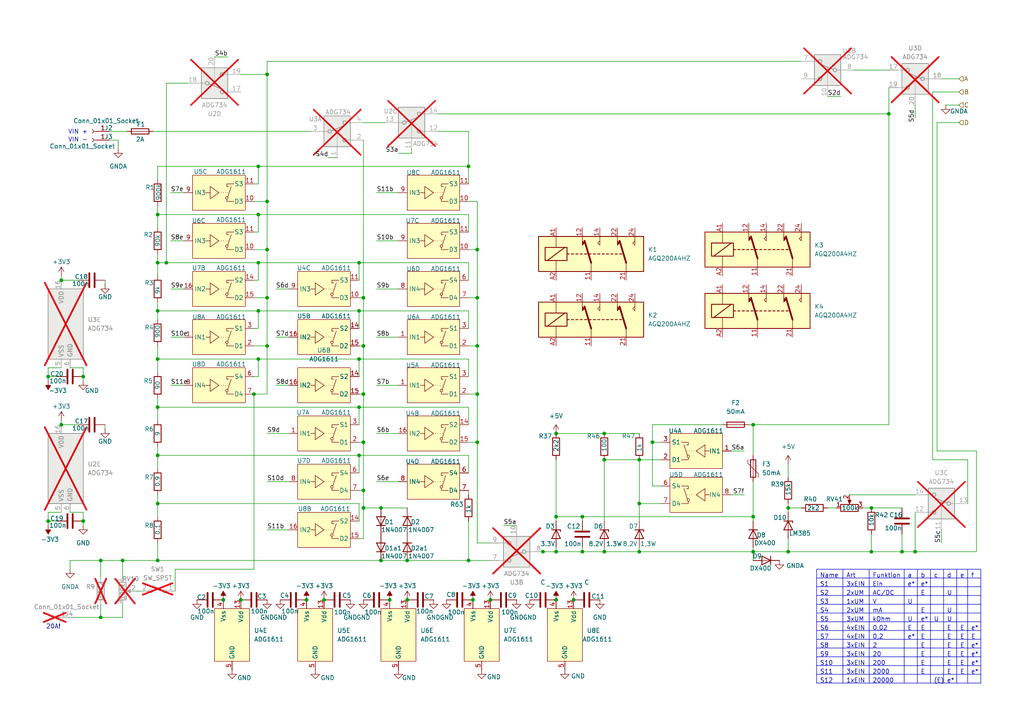
<source format=kicad_sch>
(kicad_sch (version 20250114) (generator "eeschema") (generator_version "9.0")
  (paper "A4")
  (text "VIN -" (at 22.606 40.64 0) (effects (font (size 1.27 1.27))))
  (text "VIN +" (at 22.606 38.354 0) (effects (font (size 1.27 1.27))))
  (text "20A!" (at 15.494 181.864 0) (effects (font (size 1.27 1.27))))
  (junction (at 104.14 132.08))
  (junction (at 166.37 173.99))
  (junction (at 138.43 114.3))
  (junction (at 218.44 123.19))
  (junction (at 45.72 104.14))
  (junction (at 77.47 21.59))
  (junction (at 77.47 58.42))
  (junction (at 105.41 114.3))
  (junction (at 74.93 76.2))
  (junction (at 189.23 128.27))
  (junction (at 168.91 149.86))
  (junction (at 74.93 104.14))
  (junction (at 161.29 160.02))
  (junction (at 45.72 118.11))
  (junction (at 261.62 160.02))
  (junction (at 161.29 173.99))
  (junction (at 29.21 162.56))
  (junction (at 228.6 160.02))
  (junction (at 218.44 149.86))
  (junction (at 161.29 149.86))
  (junction (at 142.24 173.99))
  (junction (at 175.26 133.35))
  (junction (at 138.43 100.33))
  (junction (at 104.14 104.14))
  (junction (at 252.73 160.02))
  (junction (at 17.78 81.28))
  (junction (at 45.72 162.56))
  (junction (at 93.98 173.99))
  (junction (at 161.29 125.73))
  (junction (at 13.97 151.13))
  (junction (at 29.21 179.07))
  (junction (at 138.43 72.39))
  (junction (at 185.42 133.35))
  (junction (at 45.72 146.05))
  (junction (at 45.72 76.2))
  (junction (at 175.26 160.02))
  (junction (at 175.26 125.73))
  (junction (at 105.41 86.36))
  (junction (at 74.93 48.26))
  (junction (at 228.6 147.32))
  (junction (at 185.42 160.02))
  (junction (at 265.43 160.02))
  (junction (at 138.43 86.36))
  (junction (at 105.41 142.24))
  (junction (at 105.41 147.32))
  (junction (at 88.9 173.99))
  (junction (at 74.93 62.23))
  (junction (at 257.81 33.02))
  (junction (at 252.73 147.32))
  (junction (at 45.72 62.23))
  (junction (at 168.91 160.02))
  (junction (at 77.47 86.36))
  (junction (at 48.26 76.2))
  (junction (at 24.13 151.13))
  (junction (at 74.93 90.17))
  (junction (at 218.44 160.02))
  (junction (at 77.47 72.39))
  (junction (at 35.56 162.56))
  (junction (at 138.43 128.27))
  (junction (at 118.11 162.56))
  (junction (at 157.48 160.02))
  (junction (at 24.13 109.22))
  (junction (at 77.47 100.33))
  (junction (at 105.41 128.27))
  (junction (at 45.72 132.08))
  (junction (at 64.77 173.99))
  (junction (at 17.78 123.19))
  (junction (at 104.14 76.2))
  (junction (at 135.89 48.26))
  (junction (at 45.72 90.17))
  (junction (at 118.11 173.99))
  (junction (at 135.89 162.56))
  (junction (at 110.49 147.32))
  (junction (at 105.41 100.33))
  (junction (at 13.97 109.22))
  (junction (at 110.49 162.56))
  (junction (at 137.16 173.99))
  (junction (at 69.85 173.99))
  (junction (at 113.03 173.99))
  (junction (at 104.14 90.17))
  (junction (at 104.14 118.11))
  (junction (at 73.66 114.3))
  (junction (at 185.42 146.05))
  (wire (pts (xy 73.66 165.1) (xy 50.8 165.1)))
  (wire (pts (xy 265.43 30.48) (xy 265.43 34.29)))
  (wire (pts (xy 35.56 162.56) (xy 35.56 167.64)))
  (wire (pts (xy 34.29 40.64) (xy 31.75 40.64)))
  (wire (pts (xy 218.44 123.19) (xy 257.81 123.19)))
  (wire (pts (xy 175.26 133.35) (xy 175.26 151.13)))
  (wire (pts (xy 48.26 24.13) (xy 54.61 24.13)))
  (wire (pts (xy 77.47 58.42) (xy 77.47 72.39)))
  (wire (pts (xy 16.51 151.13) (xy 13.97 151.13)))
  (wire (pts (xy 35.56 175.26) (xy 35.56 179.07)))
  (wire (pts (xy 240.03 147.32) (xy 242.57 147.32)))
  (wire (pts (xy 104.14 128.27) (xy 105.41 128.27)))
  (wire (pts (xy 115.57 44.45) (xy 119.38 44.45)))
  (wire (pts (xy 228.6 147.32) (xy 228.6 148.59)))
  (wire (pts (xy 49.53 55.88) (xy 53.34 55.88)))
  (wire (pts (xy 135.89 38.1) (xy 127 38.1)))
  (wire (pts (xy 73.66 72.39) (xy 77.47 72.39)))
  (wire (pts (xy 252.73 154.94) (xy 252.73 160.02)))
  (wire (pts (xy 74.93 67.31) (xy 74.93 62.23)))
  (wire (pts (xy 74.93 109.22) (xy 74.93 104.14)))
  (wire (pts (xy 209.55 123.19) (xy 189.23 123.19)))
  (wire (pts (xy 271.78 130.81) (xy 271.78 35.56)))
  (wire (pts (xy 109.22 139.7) (xy 115.57 139.7)))
  (wire (pts (xy 109.22 83.82) (xy 115.57 83.82)))
  (wire (pts (xy 104.14 76.2) (xy 135.89 76.2)))
  (wire (pts (xy 218.44 139.7) (xy 218.44 149.86)))
  (wire (pts (xy 74.93 81.28) (xy 74.93 76.2)))
  (wire (pts (xy 17.78 80.01) (xy 17.78 81.28)))
  (wire (pts (xy 80.01 97.79) (xy 83.82 97.79)))
  (wire (pts (xy 73.66 100.33) (xy 77.47 100.33)))
  (wire (pts (xy 135.89 128.27) (xy 138.43 128.27)))
  (wire (pts (xy 49.53 97.79) (xy 53.34 97.79)))
  (wire (pts (xy 50.8 165.1) (xy 50.8 171.45)))
  (wire (pts (xy 13.97 106.68) (xy 17.78 106.68)))
  (wire (pts (xy 45.72 62.23) (xy 74.93 62.23)))
  (wire (pts (xy 175.26 158.75) (xy 175.26 160.02)))
  (wire (pts (xy 45.72 118.11) (xy 45.72 115.57)))
  (wire (pts (xy 69.85 21.59) (xy 77.47 21.59)))
  (wire (pts (xy 157.48 160.02) (xy 161.29 160.02)))
  (wire (pts (xy 135.89 95.25) (xy 135.89 90.17)))
  (wire (pts (xy 261.62 154.94) (xy 261.62 160.02)))
  (wire (pts (xy 95.25 45.72) (xy 97.79 45.72)))
  (wire (pts (xy 175.26 160.02) (xy 168.91 160.02)))
  (wire (pts (xy 45.72 157.48) (xy 45.72 162.56)))
  (wire (pts (xy 45.72 118.11) (xy 104.14 118.11)))
  (wire (pts (xy 218.44 149.86) (xy 218.44 151.13)))
  (wire (pts (xy 283.21 130.81) (xy 283.21 160.02)))
  (wire (pts (xy 77.47 139.7) (xy 83.82 139.7)))
  (wire (pts (xy 104.14 118.11) (xy 135.89 118.11)))
  (wire (pts (xy 175.26 125.73) (xy 185.42 125.73)))
  (wire (pts (xy 74.93 53.34) (xy 73.66 53.34)))
  (wire (pts (xy 104.14 90.17) (xy 104.14 95.25)))
  (wire (pts (xy 135.89 151.13) (xy 135.89 162.56)))
  (wire (pts (xy 77.47 17.78) (xy 232.41 17.78)))
  (wire (pts (xy 280.67 133.35) (xy 270.51 133.35)))
  (wire (pts (xy 105.41 114.3) (xy 105.41 128.27)))
  (wire (pts (xy 135.89 137.16) (xy 135.89 132.08)))
  (wire (pts (xy 168.91 158.75) (xy 168.91 160.02)))
  (wire (pts (xy 228.6 160.02) (xy 218.44 160.02)))
  (wire (pts (xy 104.14 132.08) (xy 104.14 137.16)))
  (wire (pts (xy 127 33.02) (xy 257.81 33.02)))
  (wire (pts (xy 48.26 76.2) (xy 74.93 76.2)))
  (wire (pts (xy 30.48 82.55) (xy 30.48 81.28)))
  (wire (pts (xy 45.72 100.33) (xy 45.72 104.14)))
  (wire (pts (xy 228.6 147.32) (xy 228.6 146.05)))
  (wire (pts (xy 105.41 147.32) (xy 105.41 156.21)))
  (wire (pts (xy 247.65 20.32) (xy 257.81 20.32)))
  (wire (pts (xy 104.14 104.14) (xy 135.89 104.14)))
  (wire (pts (xy 17.78 123.19) (xy 22.86 123.19)))
  (wire (pts (xy 135.89 162.56) (xy 142.24 162.56)))
  (wire (pts (xy 104.14 132.08) (xy 135.89 132.08)))
  (wire (pts (xy 110.49 147.32) (xy 118.11 147.32)))
  (wire (pts (xy 45.72 90.17) (xy 45.72 92.71)))
  (wire (pts (xy 77.47 153.67) (xy 83.82 153.67)))
  (wire (pts (xy 73.66 86.36) (xy 77.47 86.36)))
  (wire (pts (xy 168.91 149.86) (xy 168.91 151.13)))
  (wire (pts (xy 135.89 100.33) (xy 138.43 100.33)))
  (wire (pts (xy 257.81 33.02) (xy 257.81 123.19)))
  (wire (pts (xy 135.89 109.22) (xy 135.89 104.14)))
  (wire (pts (xy 185.42 146.05) (xy 191.77 146.05)))
  (wire (pts (xy 104.14 100.33) (xy 105.41 100.33)))
  (wire (pts (xy 74.93 95.25) (xy 74.93 90.17)))
  (wire (pts (xy 185.42 160.02) (xy 218.44 160.02)))
  (wire (pts (xy 189.23 140.97) (xy 189.23 128.27)))
  (wire (pts (xy 104.14 142.24) (xy 105.41 142.24)))
  (wire (pts (xy 45.72 62.23) (xy 45.72 66.04)))
  (wire (pts (xy 135.89 58.42) (xy 138.43 58.42)))
  (wire (pts (xy 17.78 81.28) (xy 22.86 81.28)))
  (wire (pts (xy 212.09 130.81) (xy 215.9 130.81)))
  (wire (pts (xy 135.89 48.26) (xy 135.89 53.34)))
  (wire (pts (xy 246.38 143.51) (xy 265.43 143.51)))
  (wire (pts (xy 161.29 149.86) (xy 168.91 149.86)))
  (wire (pts (xy 45.72 76.2) (xy 45.72 80.01)))
  (wire (pts (xy 265.43 160.02) (xy 261.62 160.02)))
  (wire (pts (xy 74.93 90.17) (xy 104.14 90.17)))
  (wire (pts (xy 29.21 175.26) (xy 29.21 179.07)))
  (wire (pts (xy 49.53 111.76) (xy 53.34 111.76)))
  (wire (pts (xy 146.05 152.4) (xy 149.86 152.4)))
  (wire (pts (xy 105.41 86.36) (xy 104.14 86.36)))
  (wire (pts (xy 135.89 72.39) (xy 138.43 72.39)))
  (wire (pts (xy 109.22 97.79) (xy 115.57 97.79)))
  (wire (pts (xy 45.72 48.26) (xy 45.72 52.07)))
  (wire (pts (xy 104.14 156.21) (xy 105.41 156.21)))
  (wire (pts (xy 73.66 114.3) (xy 77.47 114.3)))
  (wire (pts (xy 13.97 152.4) (xy 13.97 151.13)))
  (wire (pts (xy 104.14 118.11) (xy 104.14 123.19)))
  (wire (pts (xy 175.26 133.35) (xy 185.42 133.35)))
  (wire (pts (xy 280.67 146.05) (xy 280.67 133.35)))
  (wire (pts (xy 185.42 158.75) (xy 185.42 160.02)))
  (wire (pts (xy 218.44 158.75) (xy 218.44 160.02)))
  (wire (pts (xy 135.89 62.23) (xy 135.89 67.31)))
  (wire (pts (xy 105.41 147.32) (xy 110.49 147.32)))
  (wire (pts (xy 35.56 162.56) (xy 45.72 162.56)))
  (wire (pts (xy 218.44 123.19) (xy 218.44 132.08)))
  (wire (pts (xy 45.72 143.51) (xy 45.72 146.05)))
  (wire (pts (xy 138.43 72.39) (xy 138.43 86.36)))
  (wire (pts (xy 175.26 160.02) (xy 185.42 160.02)))
  (wire (pts (xy 80.01 83.82) (xy 83.82 83.82)))
  (wire (pts (xy 104.14 104.14) (xy 104.14 109.22)))
  (wire (pts (xy 270.51 26.67) (xy 278.13 26.67)))
  (wire (pts (xy 138.43 114.3) (xy 138.43 128.27)))
  (wire (pts (xy 271.78 35.56) (xy 278.13 35.56)))
  (wire (pts (xy 232.41 147.32) (xy 228.6 147.32)))
  (wire (pts (xy 105.41 128.27) (xy 105.41 142.24)))
  (wire (pts (xy 261.62 160.02) (xy 252.73 160.02)))
  (wire (pts (xy 74.93 53.34) (xy 74.93 48.26)))
  (wire (pts (xy 45.72 162.56) (xy 110.49 162.56)))
  (wire (pts (xy 34.29 43.18) (xy 34.29 40.64)))
  (wire (pts (xy 218.44 160.02) (xy 218.44 162.56)))
  (wire (pts (xy 252.73 147.32) (xy 261.62 147.32)))
  (wire (pts (xy 161.29 160.02) (xy 161.29 158.75)))
  (wire (pts (xy 48.26 24.13) (xy 48.26 76.2)))
  (wire (pts (xy 105.41 35.56) (xy 111.76 35.56)))
  (wire (pts (xy 119.38 44.45) (xy 119.38 43.18)))
  (wire (pts (xy 135.89 81.28) (xy 135.89 76.2)))
  (wire (pts (xy 45.72 104.14) (xy 74.93 104.14)))
  (wire (pts (xy 49.53 83.82) (xy 53.34 83.82)))
  (wire (pts (xy 73.66 114.3) (xy 73.66 165.1)))
  (wire (pts (xy 138.43 100.33) (xy 138.43 114.3)))
  (wire (pts (xy 105.41 40.64) (xy 105.41 86.36)))
  (wire (pts (xy 161.29 151.13) (xy 161.29 149.86)))
  (wire (pts (xy 270.51 133.35) (xy 270.51 26.67)))
  (wire (pts (xy 20.32 106.68) (xy 24.13 106.68)))
  (wire (pts (xy 29.21 162.56) (xy 29.21 167.64)))
  (wire (pts (xy 49.53 69.85) (xy 53.34 69.85)))
  (wire (pts (xy 215.9 143.51) (xy 212.09 143.51)))
  (wire (pts (xy 74.93 62.23) (xy 135.89 62.23)))
  (wire (pts (xy 73.66 109.22) (xy 74.93 109.22)))
  (wire (pts (xy 161.29 133.35) (xy 161.29 149.86)))
  (wire (pts (xy 66.04 16.51) (xy 62.23 16.51)))
  (wire (pts (xy 45.72 87.63) (xy 45.72 90.17)))
  (wire (pts (xy 45.72 146.05) (xy 45.72 149.86)))
  (wire (pts (xy 185.42 133.35) (xy 185.42 146.05)))
  (wire (pts (xy 74.93 104.14) (xy 104.14 104.14)))
  (wire (pts (xy 20.32 148.59) (xy 24.13 148.59)))
  (wire (pts (xy 109.22 55.88) (xy 115.57 55.88)))
  (wire (pts (xy 74.93 48.26) (xy 135.89 48.26)))
  (wire (pts (xy 24.13 110.49) (xy 24.13 109.22)))
  (wire (pts (xy 73.66 95.25) (xy 74.93 95.25)))
  (wire (pts (xy 252.73 160.02) (xy 228.6 160.02)))
  (wire (pts (xy 109.22 69.85) (xy 115.57 69.85)))
  (wire (pts (xy 13.97 109.22) (xy 13.97 106.68)))
  (wire (pts (xy 273.05 22.86) (xy 278.13 22.86)))
  (wire (pts (xy 189.23 123.19) (xy 189.23 128.27)))
  (wire (pts (xy 44.45 38.1) (xy 90.17 38.1)))
  (wire (pts (xy 20.32 162.56) (xy 20.32 165.1)))
  (wire (pts (xy 77.47 86.36) (xy 77.47 72.39)))
  (wire (pts (xy 73.66 67.31) (xy 74.93 67.31)))
  (wire (pts (xy -72.39 19.05) (xy -68.58 19.05)))
  (wire (pts (xy 243.84 27.94) (xy 240.03 27.94)))
  (wire (pts (xy 36.83 38.1) (xy 31.75 38.1)))
  (wire (pts (xy 29.21 179.07) (xy 35.56 179.07)))
  (wire (pts (xy 105.41 100.33) (xy 105.41 86.36)))
  (wire (pts (xy 161.29 125.73) (xy 175.26 125.73)))
  (wire (pts (xy 274.32 30.48) (xy 278.13 30.48)))
  (wire (pts (xy 105.41 142.24) (xy 105.41 147.32)))
  (wire (pts (xy 30.48 124.46) (xy 30.48 123.19)))
  (wire (pts (xy 45.72 129.54) (xy 45.72 132.08)))
  (wire (pts (xy 45.72 132.08) (xy 104.14 132.08)))
  (wire (pts (xy 45.72 73.66) (xy 45.72 76.2)))
  (wire (pts (xy 20.32 179.07) (xy 29.21 179.07)))
  (wire (pts (xy 16.51 109.22) (xy 13.97 109.22)))
  (wire (pts (xy 257.81 25.4) (xy 257.81 33.02)))
  (wire (pts (xy 45.72 132.08) (xy 45.72 135.89)))
  (wire (pts (xy 77.47 21.59) (xy 77.47 17.78)))
  (wire (pts (xy 135.89 114.3) (xy 138.43 114.3)))
  (wire (pts (xy 104.14 90.17) (xy 135.89 90.17)))
  (wire (pts (xy 77.47 100.33) (xy 77.47 114.3)))
  (wire (pts (xy 218.44 123.19) (xy 217.17 123.19)))
  (wire (pts (xy 73.66 58.42) (xy 77.47 58.42)))
  (wire (pts (xy 135.89 143.51) (xy 135.89 142.24)))
  (wire (pts (xy 109.22 111.76) (xy 115.57 111.76)))
  (wire (pts (xy 142.24 157.48) (xy 138.43 157.48)))
  (wire (pts (xy 74.93 76.2) (xy 104.14 76.2)))
  (wire (pts (xy 45.72 104.14) (xy 45.72 107.95)))
  (wire (pts (xy 24.13 152.4) (xy 24.13 151.13)))
  (wire (pts (xy 77.47 21.59) (xy 77.47 58.42)))
  (wire (pts (xy 13.97 110.49) (xy 13.97 109.22)))
  (wire (pts (xy 168.91 160.02) (xy 161.29 160.02)))
  (wire (pts (xy 104.14 76.2) (xy 104.14 81.28)))
  (wire (pts (xy 135.89 123.19) (xy 135.89 118.11)))
  (wire (pts (xy 77.47 125.73) (xy 83.82 125.73)))
  (wire (pts (xy 228.6 134.62) (xy 228.6 138.43)))
  (wire (pts (xy 138.43 157.48) (xy 138.43 128.27)))
  (wire (pts (xy 45.72 118.11) (xy 45.72 121.92)))
  (wire (pts (xy 45.72 90.17) (xy 74.93 90.17)))
  (wire (pts (xy 13.97 151.13) (xy 13.97 148.59)))
  (wire (pts (xy 185.42 133.35) (xy 191.77 133.35)))
  (wire (pts (xy 250.19 147.32) (xy 252.73 147.32)))
  (wire (pts (xy 138.43 58.42) (xy 138.43 72.39)))
  (wire (pts (xy 109.22 125.73) (xy 115.57 125.73)))
  (wire (pts (xy 104.14 146.05) (xy 45.72 146.05)))
  (wire (pts (xy 29.21 162.56) (xy 35.56 162.56)))
  (wire (pts (xy 45.72 48.26) (xy 74.93 48.26)))
  (wire (pts (xy 80.01 111.76) (xy 83.82 111.76)))
  (wire (pts (xy 17.78 121.92) (xy 17.78 123.19)))
  (wire (pts (xy 228.6 156.21) (xy 228.6 160.02)))
  (wire (pts (xy 105.41 114.3) (xy 105.41 100.33)))
  (wire (pts (xy 110.49 162.56) (xy 118.11 162.56)))
  (wire (pts (xy 271.78 130.81) (xy 283.21 130.81)))
  (wire (pts (xy 191.77 140.97) (xy 189.23 140.97)))
  (wire (pts (xy 135.89 38.1) (xy 135.89 48.26)))
  (wire (pts (xy 118.11 162.56) (xy 135.89 162.56)))
  (wire (pts (xy 73.66 81.28) (xy 74.93 81.28)))
  (wire (pts (xy 138.43 100.33) (xy 138.43 86.36)))
  (wire (pts (xy 45.72 76.2) (xy 48.26 76.2)))
  (wire (pts (xy 189.23 128.27) (xy 191.77 128.27)))
  (wire (pts (xy 168.91 149.86) (xy 218.44 149.86)))
  (wire (pts (xy 24.13 106.68) (xy 24.13 109.22)))
  (wire (pts (xy 104.14 114.3) (xy 105.41 114.3)))
  (wire (pts (xy 13.97 148.59) (xy 17.78 148.59)))
  (wire (pts (xy 39.37 171.45) (xy 40.64 171.45)))
  (wire (pts (xy 154.94 160.02) (xy 157.48 160.02)))
  (wire (pts (xy 135.89 86.36) (xy 138.43 86.36)))
  (wire (pts (xy 45.72 59.69) (xy 45.72 62.23)))
  (wire (pts (xy 20.32 162.56) (xy 29.21 162.56)))
  (wire (pts (xy 283.21 160.02) (xy 265.43 160.02)))
  (wire (pts (xy 265.43 148.59) (xy 265.43 160.02)))
  (wire (pts (xy 104.14 151.13) (xy 104.14 146.05)))
  (wire (pts (xy 24.13 148.59) (xy 24.13 151.13)))
  (wire (pts (xy 273.05 157.48) (xy 273.05 153.67)))
  (wire (pts (xy 185.42 146.05) (xy 185.42 151.13)))
  (wire (pts (xy 77.47 100.33) (xy 77.47 86.36)))
  (table (column_count 9) (border (external yes) (header yes)) (separators (rows yes) (cols yes)) (column_widths 7.62 7.62 10.16 3.81 3.81 3.81 3.81 3.175 3.81) (row_heights 2.54 2.54 2.54 2.54 2.54 2.54 2.54 2.54 2.54 2.54 2.54 2.54 2.54) (cells (table_cell "Name" (at 236.855 165.1 0) (size 7.62 2.54) (margins 0.9525 0.9525 0.9525 0.9525) (span 1 1)) (table_cell "Art" (at 244.475 165.1 0) (size 7.62 2.54) (margins 0.9525 0.9525 0.9525 0.9525) (span 1 1)) (table_cell "Funktion" (at 252.095 165.1 0) (size 10.16 2.54) (margins 0.9525 0.9525 0.9525 0.9525) (span 1 1)) (table_cell "a" (at 262.255 165.1 0) (size 3.81 2.54) (margins 0.9525 0.9525 0.9525 0.9525) (span 1 1)) (table_cell "b" (at 266.065 165.1 0) (size 3.81 2.54) (margins 0.9525 0.9525 0.9525 0.9525) (span 1 1)) (table_cell "c" (at 269.875 165.1 0) (size 3.81 2.54) (margins 0.9525 0.9525 0.9525 0.9525) (span 1 1)) (table_cell "d" (at 273.685 165.1 0) (size 3.81 2.54) (margins 0.9525 0.9525 0.9525 0.9525) (span 1 1)) (table_cell "e" (at 277.495 165.1 0) (size 3.175 2.54) (margins 0.9525 0.9525 0.9525 0.9525) (span 1 1)) (table_cell "f" (at 280.67 165.1 0) (size 3.81 2.54) (margins 0.9525 0.9525 0.9525 0.9525) (span 1 1)) (table_cell "S1" (at 236.855 167.64 0) (size 7.62 2.54) (margins 0.9525 0.9525 0.9525 0.9525) (span 1 1)) (table_cell "3xEIN" (at 244.475 167.64 0) (size 7.62 2.54) (margins 0.9525 0.9525 0.9525 0.9525) (span 1 1)) (table_cell "Ein" (at 252.095 167.64 0) (size 10.16 2.54) (margins 0.9525 0.9525 0.9525 0.9525) (span 1 1)) (table_cell "e*" (at 262.255 167.64 0) (size 3.81 2.54) (margins 0.9525 0.9525 0.9525 0.9525) (span 1 1)) (table_cell "e*" (at 266.065 167.64 0) (size 3.81 2.54) (margins 0.9525 0.9525 0.9525 0.9525) (span 1 1)) (table_cell "" (at 269.875 167.64 0) (size 3.81 2.54) (margins 0.9525 0.9525 0.9525 0.9525) (span 1 1)) (table_cell "" (at 273.685 167.64 0) (size 3.81 2.54) (margins 0.9525 0.9525 0.9525 0.9525) (span 1 1)) (table_cell "" (at 277.495 167.64 0) (size 3.175 2.54) (margins 0.9525 0.9525 0.9525 0.9525) (span 1 1)) (table_cell "" (at 280.67 167.64 0) (size 3.81 2.54) (margins 0.9525 0.9525 0.9525 0.9525) (span 1 1)) (table_cell "S2" (at 236.855 170.18 0) (size 7.62 2.54) (margins 0.9525 0.9525 0.9525 0.9525) (span 1 1)) (table_cell "2xUM" (at 244.475 170.18 0) (size 7.62 2.54) (margins 0.9525 0.9525 0.9525 0.9525) (span 1 1)) (table_cell "AC/DC" (at 252.095 170.18 0) (size 10.16 2.54) (margins 0.9525 0.9525 0.9525 0.9525) (span 1 1)) (table_cell "" (at 262.255 170.18 0) (size 3.81 2.54) (margins 0.9525 0.9525 0.9525 0.9525) (span 1 1)) (table_cell "E" (at 266.065 170.18 0) (size 3.81 2.54) (margins 0.9525 0.9525 0.9525 0.9525) (span 1 1)) (table_cell "" (at 269.875 170.18 0) (size 3.81 2.54) (margins 0.9525 0.9525 0.9525 0.9525) (span 1 1)) (table_cell "U" (at 273.685 170.18 0) (size 3.81 2.54) (margins 0.9525 0.9525 0.9525 0.9525) (span 1 1)) (table_cell "" (at 277.495 170.18 0) (size 3.175 2.54) (margins 0.9525 0.9525 0.9525 0.9525) (span 1 1)) (table_cell "" (at 280.67 170.18 0) (size 3.81 2.54) (margins 0.9525 0.9525 0.9525 0.9525) (span 1 1)) (table_cell "S3" (at 236.855 172.72 0) (size 7.62 2.54) (margins 0.9525 0.9525 0.9525 0.9525) (span 1 1)) (table_cell "1xUM" (at 244.475 172.72 0) (size 7.62 2.54) (margins 0.9525 0.9525 0.9525 0.9525) (span 1 1)) (table_cell "V" (at 252.095 172.72 0) (size 10.16 2.54) (margins 0.9525 0.9525 0.9525 0.9525) (span 1 1)) (table_cell "U" (at 262.255 172.72 0) (size 3.81 2.54) (margins 0.9525 0.9525 0.9525 0.9525) (span 1 1)) (table_cell "" (at 266.065 172.72 0) (size 3.81 2.54) (margins 0.9525 0.9525 0.9525 0.9525) (span 1 1)) (table_cell "" (at 269.875 172.72 0) (size 3.81 2.54) (margins 0.9525 0.9525 0.9525 0.9525) (span 1 1)) (table_cell "" (at 273.685 172.72 0) (size 3.81 2.54) (margins 0.9525 0.9525 0.9525 0.9525) (span 1 1)) (table_cell "" (at 277.495 172.72 0) (size 3.175 2.54) (margins 0.9525 0.9525 0.9525 0.9525) (span 1 1)) (table_cell "" (at 280.67 172.72 0) (size 3.81 2.54) (margins 0.9525 0.9525 0.9525 0.9525) (span 1 1)) (table_cell "S4" (at 236.855 175.26 0) (size 7.62 2.54) (margins 0.9525 0.9525 0.9525 0.9525) (span 1 1)) (table_cell "2xUM" (at 244.475 175.26 0) (size 7.62 2.54) (margins 0.9525 0.9525 0.9525 0.9525) (span 1 1)) (table_cell "mA" (at 252.095 175.26 0) (size 10.16 2.54) (margins 0.9525 0.9525 0.9525 0.9525) (span 1 1)) (table_cell "" (at 262.255 175.26 0) (size 3.81 2.54) (margins 0.9525 0.9525 0.9525 0.9525) (span 1 1)) (table_cell "E" (at 266.065 175.26 0) (size 3.81 2.54) (margins 0.9525 0.9525 0.9525 0.9525) (span 1 1)) (table_cell "" (at 269.875 175.26 0) (size 3.81 2.54) (margins 0.9525 0.9525 0.9525 0.9525) (span 1 1)) (table_cell "U" (at 273.685 175.26 0) (size 3.81 2.54) (margins 0.9525 0.9525 0.9525 0.9525) (span 1 1)) (table_cell "" (at 277.495 175.26 0) (size 3.175 2.54) (margins 0.9525 0.9525 0.9525 0.9525) (span 1 1)) (table_cell "" (at 280.67 175.26 0) (size 3.81 2.54) (margins 0.9525 0.9525 0.9525 0.9525) (span 1 1)) (table_cell "S5" (at 236.855 177.8 0) (size 7.62 2.54) (margins 0.9525 0.9525 0.9525 0.9525) (span 1 1)) (table_cell "3xUM" (at 244.475 177.8 0) (size 7.62 2.54) (margins 0.9525 0.9525 0.9525 0.9525) (span 1 1)) (table_cell "kOhm" (at 252.095 177.8 0) (size 10.16 2.54) (margins 0.9525 0.9525 0.9525 0.9525) (span 1 1)) (table_cell "U" (at 262.255 177.8 0) (size 3.81 2.54) (margins 0.9525 0.9525 0.9525 0.9525) (span 1 1)) (table_cell "e*" (at 266.065 177.8 0) (size 3.81 2.54) (margins 0.9525 0.9525 0.9525 0.9525) (span 1 1)) (table_cell "U" (at 269.875 177.8 0) (size 3.81 2.54) (margins 0.9525 0.9525 0.9525 0.9525) (span 1 1)) (table_cell "U" (at 273.685 177.8 0) (size 3.81 2.54) (margins 0.9525 0.9525 0.9525 0.9525) (span 1 1)) (table_cell "" (at 277.495 177.8 0) (size 3.175 2.54) (margins 0.9525 0.9525 0.9525 0.9525) (span 1 1)) (table_cell "" (at 280.67 177.8 0) (size 3.81 2.54) (margins 0.9525 0.9525 0.9525 0.9525) (span 1 1)) (table_cell "S6" (at 236.855 180.34 0) (size 7.62 2.54) (margins 0.9525 0.9525 0.9525 0.9525) (span 1 1)) (table_cell "4xEIN" (at 244.475 180.34 0) (size 7.62 2.54) (margins 0.9525 0.9525 0.9525 0.9525) (span 1 1)) (table_cell "0,02" (at 252.095 180.34 0) (size 10.16 2.54) (margins 0.9525 0.9525 0.9525 0.9525) (span 1 1)) (table_cell "E" (at 262.255 180.34 0) (size 3.81 2.54) (margins 0.9525 0.9525 0.9525 0.9525) (span 1 1)) (table_cell "E" (at 266.065 180.34 0) (size 3.81 2.54) (margins 0.9525 0.9525 0.9525 0.9525) (span 1 1)) (table_cell "" (at 269.875 180.34 0) (size 3.81 2.54) (margins 0.9525 0.9525 0.9525 0.9525) (span 1 1)) (table_cell "E" (at 273.685 180.34 0) (size 3.81 2.54) (margins 0.9525 0.9525 0.9525 0.9525) (span 1 1)) (table_cell "E" (at 277.495 180.34 0) (size 3.175 2.54) (margins 0.9525 0.9525 0.9525 0.9525) (span 1 1)) (table_cell "e*" (at 280.67 180.34 0) (size 3.81 2.54) (margins 0.9525 0.9525 0.9525 0.9525) (span 1 1)) (table_cell "S7" (at 236.855 182.88 0) (size 7.62 2.54) (margins 0.9525 0.9525 0.9525 0.9525) (span 1 1)) (table_cell "4xEIN" (at 244.475 182.88 0) (size 7.62 2.54) (margins 0.9525 0.9525 0.9525 0.9525) (span 1 1)) (table_cell "0,2" (at 252.095 182.88 0) (size 10.16 2.54) (margins 0.9525 0.9525 0.9525 0.9525) (span 1 1)) (table_cell "e*" (at 262.255 182.88 0) (size 3.81 2.54) (margins 0.9525 0.9525 0.9525 0.9525) (span 1 1)) (table_cell "E" (at 266.065 182.88 0) (size 3.81 2.54) (margins 0.9525 0.9525 0.9525 0.9525) (span 1 1)) (table_cell "" (at 269.875 182.88 0) (size 3.81 2.54) (margins 0.9525 0.9525 0.9525 0.9525) (span 1 1)) (table_cell "E" (at 273.685 182.88 0) (size 3.81 2.54) (margins 0.9525 0.9525 0.9525 0.9525) (span 1 1)) (table_cell "E" (at 277.495 182.88 0) (size 3.175 2.54) (margins 0.9525 0.9525 0.9525 0.9525) (span 1 1)) (table_cell "E" (at 280.67 182.88 0) (size 3.81 2.54) (margins 0.9525 0.9525 0.9525 0.9525) (span 1 1)) (table_cell "S8" (at 236.855 185.42 0) (size 7.62 2.54) (margins 0.9525 0.9525 0.9525 0.9525) (span 1 1)) (table_cell "3xEIN" (at 244.475 185.42 0) (size 7.62 2.54) (margins 0.9525 0.9525 0.9525 0.9525) (span 1 1)) (table_cell "2" (at 252.095 185.42 0) (size 10.16 2.54) (margins 0.9525 0.9525 0.9525 0.9525) (span 1 1)) (table_cell "" (at 262.255 185.42 0) (size 3.81 2.54) (margins 0.9525 0.9525 0.9525 0.9525) (span 1 1)) (table_cell "E" (at 266.065 185.42 0) (size 3.81 2.54) (margins 0.9525 0.9525 0.9525 0.9525) (span 1 1)) (table_cell "" (at 269.875 185.42 0) (size 3.81 2.54) (margins 0.9525 0.9525 0.9525 0.9525) (span 1 1)) (table_cell "E" (at 273.685 185.42 0) (size 3.81 2.54) (margins 0.9525 0.9525 0.9525 0.9525) (span 1 1)) (table_cell "E" (at 277.495 185.42 0) (size 3.175 2.54) (margins 0.9525 0.9525 0.9525 0.9525) (span 1 1)) (table_cell "e*" (at 280.67 185.42 0) (size 3.81 2.54) (margins 0.9525 0.9525 0.9525 0.9525) (span 1 1)) (table_cell "S9" (at 236.855 187.96 0) (size 7.62 2.54) (margins 0.9525 0.9525 0.9525 0.9525) (span 1 1)) (table_cell "3xEIN" (at 244.475 187.96 0) (size 7.62 2.54) (margins 0.9525 0.9525 0.9525 0.9525) (span 1 1)) (table_cell "20" (at 252.095 187.96 0) (size 10.16 2.54) (margins 0.9525 0.9525 0.9525 0.9525) (span 1 1)) (table_cell "" (at 262.255 187.96 0) (size 3.81 2.54) (margins 0.9525 0.9525 0.9525 0.9525) (span 1 1)) (table_cell "E" (at 266.065 187.96 0) (size 3.81 2.54) (margins 0.9525 0.9525 0.9525 0.9525) (span 1 1)) (table_cell "" (at 269.875 187.96 0) (size 3.81 2.54) (margins 0.9525 0.9525 0.9525 0.9525) (span 1 1)) (table_cell "E" (at 273.685 187.96 0) (size 3.81 2.54) (margins 0.9525 0.9525 0.9525 0.9525) (span 1 1)) (table_cell "E" (at 277.495 187.96 0) (size 3.175 2.54) (margins 0.9525 0.9525 0.9525 0.9525) (span 1 1)) (table_cell "e*" (at 280.67 187.96 0) (size 3.81 2.54) (margins 0.9525 0.9525 0.9525 0.9525) (span 1 1)) (table_cell "S10" (at 236.855 190.5 0) (size 7.62 2.54) (margins 0.9525 0.9525 0.9525 0.9525) (span 1 1)) (table_cell "3xEIN" (at 244.475 190.5 0) (size 7.62 2.54) (margins 0.9525 0.9525 0.9525 0.9525) (span 1 1)) (table_cell "200" (at 252.095 190.5 0) (size 10.16 2.54) (margins 0.9525 0.9525 0.9525 0.9525) (span 1 1)) (table_cell "" (at 262.255 190.5 0) (size 3.81 2.54) (margins 0.9525 0.9525 0.9525 0.9525) (span 1 1)) (table_cell "E" (at 266.065 190.5 0) (size 3.81 2.54) (margins 0.9525 0.9525 0.9525 0.9525) (span 1 1)) (table_cell "" (at 269.875 190.5 0) (size 3.81 2.54) (margins 0.9525 0.9525 0.9525 0.9525) (span 1 1)) (table_cell "E" (at 273.685 190.5 0) (size 3.81 2.54) (margins 0.9525 0.9525 0.9525 0.9525) (span 1 1)) (table_cell "E" (at 277.495 190.5 0) (size 3.175 2.54) (margins 0.9525 0.9525 0.9525 0.9525) (span 1 1)) (table_cell "e*" (at 280.67 190.5 0) (size 3.81 2.54) (margins 0.9525 0.9525 0.9525 0.9525) (span 1 1)) (table_cell "S11" (at 236.855 193.04 0) (size 7.62 2.54) (margins 0.9525 0.9525 0.9525 0.9525) (span 1 1)) (table_cell "3xEIN" (at 244.475 193.04 0) (size 7.62 2.54) (margins 0.9525 0.9525 0.9525 0.9525) (span 1 1)) (table_cell "2000" (at 252.095 193.04 0) (size 10.16 2.54) (margins 0.9525 0.9525 0.9525 0.9525) (span 1 1)) (table_cell "" (at 262.255 193.04 0) (size 3.81 2.54) (margins 0.9525 0.9525 0.9525 0.9525) (span 1 1)) (table_cell "E" (at 266.065 193.04 0) (size 3.81 2.54) (margins 0.9525 0.9525 0.9525 0.9525) (span 1 1)) (table_cell "" (at 269.875 193.04 0) (size 3.81 2.54) (margins 0.9525 0.9525 0.9525 0.9525) (span 1 1)) (table_cell "E" (at 273.685 193.04 0) (size 3.81 2.54) (margins 0.9525 0.9525 0.9525 0.9525) (span 1 1)) (table_cell "E" (at 277.495 193.04 0) (size 3.175 2.54) (margins 0.9525 0.9525 0.9525 0.9525) (span 1 1)) (table_cell "e*" (at 280.67 193.04 0) (size 3.81 2.54) (margins 0.9525 0.9525 0.9525 0.9525) (span 1 1)) (table_cell "S12" (at 236.855 195.58 0) (size 7.62 2.54) (margins 0.9525 0.9525 0.9525 0.9525) (span 1 1)) (table_cell "1xEIN" (at 244.475 195.58 0) (size 7.62 2.54) (margins 0.9525 0.9525 0.9525 0.9525) (span 1 1)) (table_cell "20000" (at 252.095 195.58 0) (size 10.16 2.54) (margins 0.9525 0.9525 0.9525 0.9525) (span 1 1)) (table_cell "" (at 262.255 195.58 0) (size 3.81 2.54) (margins 0.9525 0.9525 0.9525 0.9525) (span 1 1)) (table_cell "" (at 266.065 195.58 0) (size 3.81 2.54) (margins 0.9525 0.9525 0.9525 0.9525) (span 1 1)) (table_cell "(E)" (at 269.875 195.58 0) (size 3.81 2.54) (margins 0.9525 0.9525 0.9525 0.9525) (span 1 1)) (table_cell "e*" (at 273.685 195.58 0) (size 3.81 2.54) (margins 0.9525 0.9525 0.9525 0.9525) (span 1 1)) (table_cell "" (at 277.495 195.58 0) (size 3.175 2.54) (margins 0.9525 0.9525 0.9525 0.9525) (span 1 1)) (table_cell "" (at 280.67 195.58 0) (size 3.81 2.54) (margins 0.9525 0.9525 0.9525 0.9525) (span 1 1))))
  (label "S4b" (at 66.04 16.51 180))
  (label "S11b" (at 109.22 55.88 0))
  (label "S9e" (at 49.53 83.82 0))
  (label "S10b" (at 109.22 69.85 0))
  (label "S3a" (at 115.57 44.45 180))
  (label "S6b" (at 109.22 125.73 0))
  (label "S6a" (at 215.9 130.81 180))
  (label "S5d" (at 265.43 31.75 270))
  (label "S9b" (at 109.22 83.82 0))
  (label "S7f" (at 215.9 143.51 180))
  (label "S10e" (at 49.53 97.79 0))
  (label "S5a" (at 146.05 152.4 0))
  (label "S8d" (at 80.01 111.76 0))
  (label "S2d" (at 243.84 27.94 180))
  (label "S11b" (at 77.47 153.67 0))
  (label "S6e" (at 109.22 139.7 0))
  (label "S7d" (at 80.01 97.79 0))
  (label "S11e" (at 49.53 111.76 0))
  (label "S7b" (at 109.22 111.76 0))
  (label "S9d" (at 77.47 125.73 0))
  (label "S2b" (at -72.39 19.05 0))
  (label "S8e" (at 49.53 69.85 0))
  (label "S4d" (at 95.25 45.72 180))
  (label "S5c" (at 273.05 157.48 90))
  (label "S6d" (at 80.01 83.82 0))
  (label "S8b" (at 109.22 97.79 0))
  (label "S10d" (at 77.47 139.7 0))
  (label "S7e" (at 49.53 55.88 0))
  (hierarchical_label "B" (shape input) (at 278.13 26.67 0))
  (hierarchical_label "A" (shape input) (at 278.13 22.86 0))
  (hierarchical_label "D" (shape input) (at 278.13 35.56 0))
  (hierarchical_label "C" (shape input) (at 278.13 30.48 0))
  (symbol (lib_id "Analog_Switch:ADG734") (at 17.78 135.89 0) (unit 5) (on_board no) (dnp yes)
    (property "Reference" "U2" (at 25.4 134.6199 0) (effects (justify left)))
    (property "Value" "ADG734" (at 25.4 137.1599 0) (effects (justify left)))
    (property "Footprint" "Package_SO:TSSOP-20_4.4x6.5mm_P0.65mm" (effects (hide yes)))
    (property "Datasheet" "https://www.analog.com/media/en/technical-documentation/data-sheets/ADG733_734.pdf" (effects (hide yes)))
    (property "Description" "Quad SPDT CMOS Analog Switch, 2.5Ohm Ron, TSSOP-20" (effects (hide yes)))
  )
  (symbol (lib_id "Diode:1N4007") (at 222.25 162.56 180) (unit 1)
    (property "Reference" "D9" (at 220.98 161.29 0) (effects (justify left)))
    (property "Value" "DX400" (at 223.774 164.846 0) (effects (justify left)))
    (property "Footprint" "Diode_SMD:D_SOD-123" (effects (hide yes)))
    (property "Datasheet" "http://www.vishay.com/docs/88503/1n4001.pdf" (effects (hide yes)))
    (property "Description" "1000V 1A General Purpose Rectifier Diode, DO-41" (effects (hide yes)))
    (property "Sim.Device" "D" (effects (hide yes)))
    (property "Sim.Pins" "1=K 2=A" (effects (hide yes)))
  )
  (symbol (lib_id "Device:R") (at 161.29 129.54 0) (unit 1)
    (property "Reference" "R37" (at 156.21 126.492 0) (effects (justify left)))
    (property "Value" "2k2" (at 161.29 131.064 90) (effects (justify left)))
    (property "Footprint" "Resistor_SMD:R_0805_2012Metric" (effects (hide yes)))
    (property "Description" "Resistor" (effects (hide yes)))
  )
  (symbol (lib_id "Relay:Relay_DPDT") (at 171.45 73.66 0) (unit 1)
    (property "Reference" "K1" (at 187.96 72.3899 0) (effects (justify left)))
    (property "Value" "AGQ200A4HZ" (at 187.96 74.9299 0) (effects (justify left)))
    (property "Footprint" "Relay_THT:Relay_DPDT_Omron_G6K-2P-Y" (effects (hide yes)))
    (property "Datasheet" "https://www.lcsc.com/datasheet/C490150.pdf" (effects (hide yes)))
    (property "Description" "PANASONIC AGQ200A4HZ" (effects (hide yes)))
    (property "LCSC" "C490150" (effects (hide yes)))
  )
  (symbol (lib_id "Device:C") (at 170.18 173.99 270) (unit 1)
    (property "Reference" "C11" (at 173.482 172.974 90))
    (property "Value" "C" (at 170.18 168.91 90))
    (property "Footprint" "Capacitor_SMD:C_0805_2012Metric" (effects (hide yes)))
    (property "Description" "Unpolarized capacitor" (effects (hide yes)))
  )
  (symbol (lib_id "My_Library:ADG1611_split") (at 63.5 97.79 0) (unit 1)
    (property "Reference" "U8" (at 57.658 91.948 0))
    (property "Value" "ADG1611" (at 67.056 91.948 0))
    (property "Footprint" "Package_SO:TSSOP-16_4.4x5mm_P0.65mm" (effects (hide yes)))
    (property "Datasheet" "https://www.analog.com/media/en/technical-documentation/data-sheets/ADG1611_1612_1613.pdf" (effects (hide yes)))
    (property "Description" "The ADG1611 contain four independent single-pole/single-throw (SPST) switches." (effects (hide yes)))
  )
  (symbol (lib_id "My_Library:ADG1611_split") (at 93.98 97.79 0) (unit 2)
    (property "Reference" "U5" (at 88.138 91.694 0))
    (property "Value" "ADG1611" (at 97.536 91.694 0))
    (property "Footprint" "Package_SO:TSSOP-16_4.4x5mm_P0.65mm" (effects (hide yes)))
    (property "Datasheet" "https://www.analog.com/media/en/technical-documentation/data-sheets/ADG1611_1612_1613.pdf" (effects (hide yes)))
    (property "Description" "The ADG1611 contain four independent single-pole/single-throw (SPST) switches." (effects (hide yes)))
  )
  (symbol (lib_id "power:-3V3") (at 13.97 152.4 180) (unit 1)
    (property "Reference" "#PWR052" (effects (hide yes)))
    (property "Value" "-3V3" (at 14.478 156.464 0))
    (property "Description" "Power symbol creates a global label with name \"-3V3\"" (effects (hide yes)))
  )
  (symbol (lib_id "power:GND") (at 163.83 194.31 0) (unit 1)
    (property "Reference" "#PWR038" (effects (hide yes)))
    (property "Value" "GND" (at 167.64 196.088 0))
    (property "Description" "Power symbol creates a global label with name \"GND\" , ground" (effects (hide yes)))
  )
  (symbol (lib_id "power:+3V3") (at 69.85 173.99 0) (unit 1)
    (property "Reference" "#PWR011" (effects (hide yes)))
    (property "Value" "+3V3" (at 69.85 169.926 0))
    (property "Description" "Power symbol creates a global label with name \"+3V3\"" (effects (hide yes)))
  )
  (symbol (lib_id "power:GND") (at 91.44 194.31 0) (unit 1)
    (property "Reference" "#PWR015" (effects (hide yes)))
    (property "Value" "GND" (at 94.996 196.596 0))
    (property "Description" "Power symbol creates a global label with name \"GND\" , ground" (effects (hide yes)))
  )
  (symbol (lib_id "power:GNDA") (at 226.06 162.56 0) (unit 1)
    (property "Reference" "#PWR045" (effects (hide yes)))
    (property "Value" "GNDA" (at 230.632 164.084 0))
    (property "Description" "Power symbol creates a global label with name \"GNDA\" , analog ground" (effects (hide yes)))
  )
  (symbol (lib_id "Connector:Conn_01x01_Socket") (at 26.67 38.1 180) (unit 1)
    (property "Reference" "J2" (at 31.496 37.084 0))
    (property "Value" "Conn_01x01_Socket" (at 30.734 35.052 0))
    (property "Footprint" "Connector:Banana_Cliff_FCR7350B_S16N-PC_Horizontal" (effects (hide yes)))
    (property "Datasheet" "https://www.cliffuk.co.uk/products/testleads/sockets/S16NPC.pdf" (effects (hide yes)))
    (property "Description" "Generic connector, single row, 01x01, script generated" (effects (hide yes)))
  )
  (symbol (lib_id "Device:C") (at 121.92 173.99 270) (unit 1)
    (property "Reference" "C7" (at 124.46 172.974 90))
    (property "Value" "100n" (at 123.19 177.292 90))
    (property "Footprint" "Capacitor_SMD:C_0805_2012Metric" (effects (hide yes)))
    (property "Description" "Unpolarized capacitor" (effects (hide yes)))
  )
  (symbol (lib_id "power:+5V") (at 161.29 125.73 0) (unit 1)
    (property "Reference" "#PWR041" (effects (hide yes)))
    (property "Value" "+5V" (at 161.29 120.65 0))
    (property "Description" "Power symbol creates a global label with name \"+5V\"" (effects (hide yes)))
  )
  (symbol (lib_id "My_Library:ADG1611_split") (at 63.5 55.88 0) (unit 3)
    (property "Reference" "U5" (at 58.166 49.784 0))
    (property "Value" "ADG1611" (at 67.056 49.784 0))
    (property "Footprint" "Package_SO:TSSOP-16_4.4x5mm_P0.65mm" (effects (hide yes)))
    (property "Datasheet" "https://www.analog.com/media/en/technical-documentation/data-sheets/ADG1611_1612_1613.pdf" (effects (hide yes)))
    (property "Description" "The ADG1611 contain four independent single-pole/single-throw (SPST) switches." (effects (hide yes)))
  )
  (symbol (lib_id "Connector:Conn_01x01_Socket") (at 26.67 40.64 180) (unit 1)
    (property "Reference" "J3" (at 31.496 39.624 0))
    (property "Value" "Conn_01x01_Socket" (at 23.876 42.418 0))
    (property "Footprint" "Connector:Banana_Cliff_FCR7350B_S16N-PC_Horizontal" (effects (hide yes)))
    (property "Datasheet" "https://www.cliffuk.co.uk/products/testleads/sockets/S16NPC.pdf" (effects (hide yes)))
    (property "Description" "Generic connector, single row, 01x01, script generated" (effects (hide yes)))
  )
  (symbol (lib_id "power:GND") (at 105.41 173.99 0) (unit 1)
    (property "Reference" "#PWR022" (effects (hide yes)))
    (property "Value" "GND" (at 105.41 179.07 0))
    (property "Description" "Power symbol creates a global label with name \"GND\" , ground" (effects (hide yes)))
  )
  (symbol (lib_id "power:-3V3") (at 13.97 110.49 180) (unit 1)
    (property "Reference" "#PWR053" (effects (hide yes)))
    (property "Value" "-3V3" (at 16.764 113.284 0))
    (property "Description" "Power symbol creates a global label with name \"-3V3\"" (effects (hide yes)))
  )
  (symbol (lib_id "My_Library:ADG1611_split") (at 125.73 111.76 0) (unit 1)
    (property "Reference" "U5" (at 119.634 105.918 0))
    (property "Value" "ADG1611" (at 129.286 105.918 0))
    (property "Footprint" "Package_SO:TSSOP-16_4.4x5mm_P0.65mm" (effects (hide yes)))
    (property "Datasheet" "https://www.analog.com/media/en/technical-documentation/data-sheets/ADG1611_1612_1613.pdf" (effects (hide yes)))
    (property "Description" "The ADG1611 contain four independent single-pole/single-throw (SPST) switches." (effects (hide yes)))
  )
  (symbol (lib_id "Diode:1N4007") (at 118.11 158.75 270) (unit 1)
    (property "Reference" "D2a1" (at 119.126 159.004 90) (effects (justify left)))
    (property "Value" "1N4007" (at 118.364 161.29 90) (effects (justify left)))
    (property "Footprint" "Diode_SMD:D_SOD-123F" (effects (hide yes)))
    (property "Datasheet" "http://www.vishay.com/docs/88503/1n4001.pdf" (effects (hide yes)))
    (property "Description" "1000V 1A General Purpose Rectifier Diode, DO-41" (effects (hide yes)))
    (property "Sim.Device" "D" (effects (hide yes)))
    (property "Sim.Pins" "1=K 2=A" (effects (hide yes)))
  )
  (symbol (lib_id "Device:R") (at 45.72 69.85 0) (unit 1)
    (property "Reference" "R2" (at 41.656 68.072 0) (effects (justify left)))
    (property "Value" "90k" (at 45.72 71.628 90) (effects (justify left)))
    (property "Footprint" "Resistor_SMD:R_0805_2012Metric" (effects (hide yes)))
    (property "Description" "Resistor" (effects (hide yes)))
  )
  (symbol (lib_id "My_Library:ADG1611_split") (at 93.98 111.76 0) (unit 2)
    (property "Reference" "U6" (at 93.98 101.6 0))
    (property "Value" "ADG1611" (at 93.98 104.14 0))
    (property "Footprint" "Package_SO:TSSOP-16_4.4x5mm_P0.65mm" (effects (hide yes)))
    (property "Datasheet" "https://www.analog.com/media/en/technical-documentation/data-sheets/ADG1611_1612_1613.pdf" (effects (hide yes)))
    (property "Description" "The ADG1611 contain four independent single-pole/single-throw (SPST) switches." (effects (hide yes)))
  )
  (symbol (lib_id "Device:R") (at 175.26 129.54 0) (unit 1)
    (property "Reference" "R46" (at 170.18 126.492 0) (effects (justify left)))
    (property "Value" "100" (at 175.26 131.064 90) (effects (justify left)))
    (property "Footprint" "Resistor_SMD:R_0805_2012Metric" (effects (hide yes)))
    (property "Description" "Resistor" (effects (hide yes)))
  )
  (symbol (lib_id "Device:C") (at 146.05 173.99 270) (unit 1)
    (property "Reference" "C9" (at 148.59 172.72 90))
    (property "Value" "100n" (at 147.828 177.546 90))
    (property "Footprint" "Capacitor_SMD:C_0805_2012Metric" (effects (hide yes)))
    (property "Description" "Unpolarized capacitor" (effects (hide yes)))
  )
  (symbol (lib_id "Device:Fuse") (at 213.36 123.19 90) (unit 1)
    (property "Reference" "F2" (at 213.36 116.84 90))
    (property "Value" "50mA" (at 213.36 119.38 90))
    (property "Footprint" "Resistor_SMD:R_0805_2012Metric" (effects (hide yes)))
    (property "Description" "Fuse" (effects (hide yes)))
  )
  (symbol (lib_id "Device:Fuse") (at 40.64 38.1 90) (unit 1)
    (property "Reference" "F1" (at 40.894 36.068 90))
    (property "Value" "2A" (at 40.64 40.386 90))
    (property "Footprint" "MyLibrary:2410" (effects (hide yes)))
    (property "Description" "Fuse" (effects (hide yes)))
  )
  (symbol (lib_id "Relay:Relay_DPDT") (at 219.71 90.17 0) (unit 1)
    (property "Reference" "K4" (at 236.22 88.8999 0) (effects (justify left)))
    (property "Value" "AGQ200A4HZ" (at 236.22 91.4399 0) (effects (justify left)))
    (property "Footprint" "Relay_THT:Relay_DPDT_Omron_G6K-2P-Y" (effects (hide yes)))
    (property "Datasheet" "https://www.lcsc.com/datasheet/C490150.pdf" (effects (hide yes)))
    (property "Description" "PANASONIC AGQ200A4HZ" (effects (hide yes)))
    (property "LCSC" "C490150" (effects (hide yes)))
  )
  (symbol (lib_id "Analog_Switch:ADG734") (at 119.38 35.56 0) (unit 3) (on_board no) (dnp yes)
    (property "Reference" "U2" (at 113.284 32.258 0))
    (property "Value" "ADG734" (at 123.444 41.656 0))
    (property "Footprint" "Package_SO:TSSOP-20_4.4x6.5mm_P0.65mm" (effects (hide yes)))
    (property "Datasheet" "https://www.analog.com/media/en/technical-documentation/data-sheets/ADG733_734.pdf" (effects (hide yes)))
    (property "Description" "Quad SPDT CMOS Analog Switch, 2.5Ohm Ron, TSSOP-20" (effects (hide yes)))
  )
  (symbol (lib_id "My_Library:ADG1611_split") (at 63.5 111.76 0) (unit 4)
    (property "Reference" "U8" (at 57.658 105.664 0))
    (property "Value" "ADG1611" (at 67.056 105.664 0))
    (property "Footprint" "Package_SO:TSSOP-16_4.4x5mm_P0.65mm" (effects (hide yes)))
    (property "Datasheet" "https://www.analog.com/media/en/technical-documentation/data-sheets/ADG1611_1612_1613.pdf" (effects (hide yes)))
    (property "Description" "The ADG1611 contain four independent single-pole/single-throw (SPST) switches." (effects (hide yes)))
  )
  (symbol (lib_id "Relay:Relay_DPDT") (at 171.45 92.71 0) (unit 1)
    (property "Reference" "K2" (at 187.96 91.4399 0) (effects (justify left)))
    (property "Value" "AGQ200A4HZ" (at 187.96 93.9799 0) (effects (justify left)))
    (property "Footprint" "Relay_THT:Relay_DPDT_Omron_G6K-2P-Y" (effects (hide yes)))
    (property "Datasheet" "https://www.lcsc.com/datasheet/C490150.pdf" (effects (hide yes)))
    (property "Description" "PANASONIC AGQ200A4HZ" (effects (hide yes)))
    (property "LCSC" "C490150" (effects (hide yes)))
  )
  (symbol (lib_id "My_Library:ADG1611_split") (at 201.93 143.51 0) (mirror y) (unit 4)
    (property "Reference" "U5" (at 196.088 137.668 0))
    (property "Value" "ADG1611" (at 205.486 137.668 0))
    (property "Footprint" "Package_SO:TSSOP-16_4.4x5mm_P0.65mm" (effects (hide yes)))
    (property "Datasheet" "https://www.analog.com/media/en/technical-documentation/data-sheets/ADG1611_1612_1613.pdf" (effects (hide yes)))
    (property "Description" "The ADG1611 contain four independent single-pole/single-throw (SPST) switches." (effects (hide yes)))
  )
  (symbol (lib_id "power:GND") (at 24.13 152.4 0) (unit 1)
    (property "Reference" "#PWR051" (effects (hide yes)))
    (property "Value" "GND" (at 24.13 157.48 0))
    (property "Description" "Power symbol creates a global label with name \"GND\" , ground" (effects (hide yes)))
  )
  (symbol (lib_id "My_Library:ADG1611_split") (at 115.57 184.15 0) (unit 5)
    (property "Reference" "U6" (at 121.92 182.8799 0) (effects (justify left)))
    (property "Value" "ADG1611" (at 121.92 185.4199 0) (effects (justify left)))
    (property "Footprint" "Package_SO:TSSOP-16_4.4x5mm_P0.65mm" (effects (hide yes)))
    (property "Datasheet" "https://www.analog.com/media/en/technical-documentation/data-sheets/ADG1611_1612_1613.pdf" (effects (hide yes)))
    (property "Description" "The ADG1611 contain four independent single-pole/single-throw (SPST) switches." (effects (hide yes)))
  )
  (symbol (lib_id "Device:C") (at 261.62 151.13 0) (unit 1)
    (property "Reference" "C16" (at 259.842 149.352 0))
    (property "Value" "100n" (at 259.08 153.162 0))
    (property "Footprint" "Capacitor_SMD:C_0805_2012Metric" (effects (hide yes)))
    (property "Description" "Unpolarized capacitor" (effects (hide yes)))
  )
  (symbol (lib_id "power:+5V") (at 228.6 134.62 0) (unit 1)
    (property "Reference" "#PWR046" (effects (hide yes)))
    (property "Value" "+5V" (at 228.6 129.54 0))
    (property "Description" "Power symbol creates a global label with name \"+5V\"" (effects (hide yes)))
  )
  (symbol (lib_id "power:-3V3") (at 64.77 173.99 0) (unit 1)
    (property "Reference" "#PWR06" (effects (hide yes)))
    (property "Value" "-3V3" (at 64.262 169.926 0))
    (property "Description" "Power symbol creates a global label with name \"-3V3\"" (effects (hide yes)))
  )
  (symbol (lib_id "Device:R") (at 135.89 147.32 0) (unit 1)
    (property "Reference" "R63" (at 130.556 146.304 0) (effects (justify left)))
    (property "Value" "1k" (at 135.89 148.844 90) (effects (justify left)))
    (property "Footprint" "Resistor_SMD:R_0805_2012Metric" (effects (hide yes)))
    (property "Description" "Resistor" (effects (hide yes)))
  )
  (symbol (lib_id "My_Library:ADG1611_split") (at 201.93 130.81 0) (mirror y) (unit 1)
    (property "Reference" "U4" (at 195.834 124.968 0))
    (property "Value" "ADG1611" (at 205.486 124.968 0))
    (property "Footprint" "Package_SO:TSSOP-16_4.4x5mm_P0.65mm" (effects (hide yes)))
    (property "Datasheet" "https://www.analog.com/media/en/technical-documentation/data-sheets/ADG1611_1612_1613.pdf" (effects (hide yes)))
    (property "Description" "The ADG1611 contain four independent single-pole/single-throw (SPST) switches." (effects (hide yes)))
  )
  (symbol (lib_id "Device:C") (at 109.22 173.99 270) (unit 1)
    (property "Reference" "C6" (at 106.426 172.72 90))
    (property "Value" "100n" (at 108.204 177.546 90))
    (property "Footprint" "Capacitor_SMD:C_0805_2012Metric" (effects (hide yes)))
    (property "Description" "Unpolarized capacitor" (effects (hide yes)))
  )
  (symbol (lib_id "Analog_Switch:ADG734") (at 273.05 146.05 0) (mirror y) (unit 3) (on_board no) (dnp yes)
    (property "Reference" "U3" (at 273.05 137.16 0))
    (property "Value" "ADG734" (at 273.05 139.7 0))
    (property "Footprint" "Package_SO:TSSOP-20_4.4x6.5mm_P0.65mm" (effects (hide yes)))
    (property "Datasheet" "https://www.analog.com/media/en/technical-documentation/data-sheets/ADG733_734.pdf" (effects (hide yes)))
    (property "Description" "Quad SPDT CMOS Analog Switch, 2.5Ohm Ron, TSSOP-20" (effects (hide yes)))
  )
  (symbol (lib_id "Analog_Switch:ADG734") (at 149.86 160.02 180) (unit 2) (on_board no) (dnp yes)
    (property "Reference" "U3" (at 149.86 168.91 0))
    (property "Value" "ADG734" (at 149.86 166.37 0))
    (property "Footprint" "Package_SO:TSSOP-20_4.4x6.5mm_P0.65mm" (effects (hide yes)))
    (property "Datasheet" "https://www.analog.com/media/en/technical-documentation/data-sheets/ADG733_734.pdf" (effects (hide yes)))
    (property "Description" "Quad SPDT CMOS Analog Switch, 2.5Ohm Ron, TSSOP-20" (effects (hide yes)))
  )
  (symbol (lib_id "Device:R") (at 236.22 147.32 90) (unit 1)
    (property "Reference" "R40" (at 236.982 144.78 90) (effects (justify left)))
    (property "Value" "2k2" (at 237.744 147.32 90) (effects (justify left)))
    (property "Footprint" "Resistor_SMD:R_0805_2012Metric" (effects (hide yes)))
    (property "Description" "Resistor" (effects (hide yes)))
  )
  (symbol (lib_id "Analog_Switch:ADG734") (at 17.78 93.98 0) (unit 5) (on_board no) (dnp yes)
    (property "Reference" "U3" (at 25.4 92.7099 0) (effects (justify left)))
    (property "Value" "ADG734" (at 25.4 95.2499 0) (effects (justify left)))
    (property "Footprint" "Package_SO:TSSOP-20_4.4x6.5mm_P0.65mm" (effects (hide yes)))
    (property "Datasheet" "https://www.analog.com/media/en/technical-documentation/data-sheets/ADG733_734.pdf" (effects (hide yes)))
    (property "Description" "Quad SPDT CMOS Analog Switch, 2.5Ohm Ron, TSSOP-20" (effects (hide yes)))
  )
  (symbol (lib_id "power:GND") (at 129.54 173.99 0) (unit 1)
    (property "Reference" "#PWR031" (effects (hide yes)))
    (property "Value" "GND" (at 129.54 179.07 0))
    (property "Description" "Power symbol creates a global label with name \"GND\" , ground" (effects (hide yes)))
  )
  (symbol (lib_id "My_Library:ADG1611_split") (at 125.73 139.7 0) (unit 4)
    (property "Reference" "U4" (at 119.634 133.858 0))
    (property "Value" "ADG1611" (at 129.286 133.858 0))
    (property "Footprint" "Package_SO:TSSOP-16_4.4x5mm_P0.65mm" (effects (hide yes)))
    (property "Datasheet" "https://www.analog.com/media/en/technical-documentation/data-sheets/ADG1611_1612_1613.pdf" (effects (hide yes)))
    (property "Description" "The ADG1611 contain four independent single-pole/single-throw (SPST) switches." (effects (hide yes)))
  )
  (symbol (lib_id "power:+3V3") (at 93.98 173.99 0) (unit 1)
    (property "Reference" "#PWR016" (effects (hide yes)))
    (property "Value" "+3V3" (at 93.98 169.926 0))
    (property "Description" "Power symbol creates a global label with name \"+3V3\"" (effects (hide yes)))
  )
  (symbol (lib_id "power:GND") (at 115.57 194.31 0) (unit 1)
    (property "Reference" "#PWR028" (effects (hide yes)))
    (property "Value" "GND" (at 118.618 196.596 0))
    (property "Description" "Power symbol creates a global label with name \"GND\" , ground" (effects (hide yes)))
  )
  (symbol (lib_id "Device:R_Potentiometer") (at 35.56 171.45 0) (unit 1) (on_board no) (dnp yes)
    (property "Reference" "RV10" (at 40.386 167.894 0) (effects (justify right)))
    (property "Value" "100k" (at 35.56 169.164 90) (effects (justify right)))
    (property "Footprint" "Resistor_SMD:R_0805_2012Metric" (effects (hide yes)))
    (property "Description" "Potentiometer" (effects (hide yes)))
  )
  (symbol (lib_id "Device:R_Potentiometer") (at 246.38 147.32 90) (unit 1)
    (property "Reference" "RV41" (at 239.522 144.78 90) (effects (justify right)))
    (property "Value" "100k" (at 244.094 147.32 90) (effects (justify right)))
    (property "Footprint" "Resistor_SMD:R_0805_2012Metric" (effects (hide yes)))
    (property "Description" "Potentiometer" (effects (hide yes)))
  )
  (symbol (lib_id "Device:C") (at 20.32 151.13 270) (unit 1)
    (property "Reference" "C19" (at 16.51 150.368 90))
    (property "Value" "100n" (at 16.764 152.4 90))
    (property "Footprint" "Capacitor_SMD:C_0805_2012Metric" (effects (hide yes)))
    (property "Description" "Unpolarized capacitor" (effects (hide yes)))
  )
  (symbol (lib_id "power:GND") (at 173.99 173.99 0) (unit 1)
    (property "Reference" "#PWR040" (effects (hide yes)))
    (property "Value" "GND" (at 173.99 179.07 0))
    (property "Description" "Power symbol creates a global label with name \"GND\" , ground" (effects (hide yes)))
  )
  (symbol (lib_id "Diode:1N4007") (at 218.44 154.94 270) (unit 1)
    (property "Reference" "D8" (at 219.456 155.194 90) (effects (justify left)))
    (property "Value" "DX400" (at 218.694 157.48 90) (effects (justify left)))
    (property "Footprint" "Diode_SMD:D_SOD-123" (effects (hide yes)))
    (property "Datasheet" "http://www.vishay.com/docs/88503/1n4001.pdf" (effects (hide yes)))
    (property "Description" "1000V 1A General Purpose Rectifier Diode, DO-41" (effects (hide yes)))
    (property "Sim.Device" "D" (effects (hide yes)))
    (property "Sim.Pins" "1=K 2=A" (effects (hide yes)))
  )
  (symbol (lib_id "Diode:1N4007") (at 110.49 151.13 90) (unit 1)
    (property "Reference" "D1" (at 111.506 151.384 90) (effects (justify right)))
    (property "Value" "1N4007" (at 110.49 153.67 90) (effects (justify right)))
    (property "Footprint" "Diode_SMD:D_SOD-123F" (effects (hide yes)))
    (property "Datasheet" "http://www.vishay.com/docs/88503/1n4001.pdf" (effects (hide yes)))
    (property "Description" "1000V 1A General Purpose Rectifier Diode, DO-41" (effects (hide yes)))
    (property "Sim.Device" "D" (effects (hide yes)))
    (property "Sim.Pins" "1=K 2=A" (effects (hide yes)))
  )
  (symbol (lib_id "My_Library:ADG1611_split") (at 93.98 153.67 0) (unit 2)
    (property "Reference" "U8" (at 88.392 147.574 0))
    (property "Value" "ADG1611" (at 97.282 147.574 0))
    (property "Footprint" "Package_SO:TSSOP-16_4.4x5mm_P0.65mm" (effects (hide yes)))
    (property "Datasheet" "https://www.analog.com/media/en/technical-documentation/data-sheets/ADG1611_1612_1613.pdf" (effects (hide yes)))
    (property "Description" "The ADG1611 contain four independent single-pole/single-throw (SPST) switches." (effects (hide yes)))
  )
  (symbol (lib_id "Device:C") (at 73.66 173.99 270) (unit 1)
    (property "Reference" "C3" (at 75.946 172.974 90))
    (property "Value" "100n" (at 75.184 177.292 90))
    (property "Footprint" "Capacitor_SMD:C_0805_2012Metric" (effects (hide yes)))
    (property "Description" "Unpolarized capacitor" (effects (hide yes)))
  )
  (symbol (lib_id "Analog_Switch:ADG734") (at -60.96 19.05 0) (unit 1) (on_board no) (dnp yes)
    (property "Reference" "U2" (at -60.96 10.16 0))
    (property "Value" "ADG734" (at -60.96 12.7 0))
    (property "Footprint" "Package_SO:TSSOP-20_4.4x6.5mm_P0.65mm" (effects (hide yes)))
    (property "Datasheet" "https://www.analog.com/media/en/technical-documentation/data-sheets/ADG733_734.pdf" (effects (hide yes)))
    (property "Description" "Quad SPDT CMOS Analog Switch, 2.5Ohm Ron, TSSOP-20" (effects (hide yes)))
  )
  (symbol (lib_id "power:+3V3") (at 142.24 173.99 0) (unit 1)
    (property "Reference" "#PWR034" (effects (hide yes)))
    (property "Value" "+3V3" (at 142.24 169.926 0))
    (property "Description" "Power symbol creates a global label with name \"+3V3\"" (effects (hide yes)))
  )
  (symbol (lib_id "Analog_Switch:ADG734") (at 62.23 24.13 0) (mirror x) (unit 4) (on_board no) (dnp yes)
    (property "Reference" "U2" (at 62.23 33.02 0))
    (property "Value" "ADG734" (at 62.23 30.48 0))
    (property "Footprint" "Package_SO:TSSOP-20_4.4x6.5mm_P0.65mm" (effects (hide yes)))
    (property "Datasheet" "https://www.analog.com/media/en/technical-documentation/data-sheets/ADG733_734.pdf" (effects (hide yes)))
    (property "Description" "Quad SPDT CMOS Analog Switch, 2.5Ohm Ron, TSSOP-20" (effects (hide yes)))
  )
  (symbol (lib_id "My_Library:ADG1611_split") (at 93.98 125.73 0) (unit 1)
    (property "Reference" "U7" (at 87.884 119.634 0))
    (property "Value" "ADG1611" (at 97.536 119.634 0))
    (property "Footprint" "Package_SO:TSSOP-16_4.4x5mm_P0.65mm" (effects (hide yes)))
    (property "Datasheet" "https://www.analog.com/media/en/technical-documentation/data-sheets/ADG1611_1612_1613.pdf" (effects (hide yes)))
    (property "Description" "The ADG1611 contain four independent single-pole/single-throw (SPST) switches." (effects (hide yes)))
  )
  (symbol (lib_id "power:GND") (at 77.47 173.99 0) (unit 1)
    (property "Reference" "#PWR010" (effects (hide yes)))
    (property "Value" "GND" (at 77.47 179.07 0))
    (property "Description" "Power symbol creates a global label with name \"GND\" , ground" (effects (hide yes)))
  )
  (symbol (lib_id "power:GND") (at 153.67 173.99 0) (unit 1)
    (property "Reference" "#PWR036" (effects (hide yes)))
    (property "Value" "GND" (at 153.67 179.07 0))
    (property "Description" "Power symbol creates a global label with name \"GND\" , ground" (effects (hide yes)))
  )
  (symbol (lib_id "My_Library:ADG1611_split") (at 125.73 83.82 0) (unit 4)
    (property "Reference" "U6" (at 119.888 77.978 0))
    (property "Value" "ADG1611" (at 129.286 77.978 0))
    (property "Footprint" "Package_SO:TSSOP-16_4.4x5mm_P0.65mm" (effects (hide yes)))
    (property "Datasheet" "https://www.analog.com/media/en/technical-documentation/data-sheets/ADG1611_1612_1613.pdf" (effects (hide yes)))
    (property "Description" "The ADG1611 contain four independent single-pole/single-throw (SPST) switches." (effects (hide yes)))
  )
  (symbol (lib_id "Device:Polyfuse") (at 218.44 135.89 0) (unit 1)
    (property "Reference" "F3" (at 220.98 134.6199 0) (effects (justify left)))
    (property "Value" "50mA" (at 220.98 137.16 0) (effects (justify left)))
    (property "Footprint" "Resistor_SMD:R_0805_2012Metric" (effects (hide yes)))
    (property "Description" "Resettable fuse, polymeric positive temperature coefficient" (effects (hide yes)))
  )
  (symbol (lib_id "power:+3V3") (at 118.11 173.99 0) (unit 1)
    (property "Reference" "#PWR029" (effects (hide yes)))
    (property "Value" "+3V3" (at 118.11 169.926 0))
    (property "Description" "Power symbol creates a global label with name \"+3V3\"" (effects (hide yes)))
  )
  (symbol (lib_id "Relay:Relay_DPDT") (at 219.71 72.39 0) (unit 1)
    (property "Reference" "K3" (at 236.22 71.1199 0) (effects (justify left)))
    (property "Value" "AGQ200A4HZ" (at 236.22 73.6599 0) (effects (justify left)))
    (property "Footprint" "Relay_THT:Relay_DPDT_Omron_G6K-2P-Y" (effects (hide yes)))
    (property "Datasheet" "https://www.lcsc.com/datasheet/C490150.pdf" (effects (hide yes)))
    (property "Description" "PANASONIC AGQ200A4HZ" (effects (hide yes)))
    (property "LCSC" "C490150" (effects (hide yes)))
  )
  (symbol (lib_id "power:GND") (at 30.48 124.46 0) (unit 1)
    (property "Reference" "#PWR048" (effects (hide yes)))
    (property "Value" "GND" (at 30.48 128.016 0))
    (property "Description" "Power symbol creates a global label with name \"GND\" , ground" (effects (hide yes)))
  )
  (symbol (lib_id "power:+3V3") (at 166.37 173.99 0) (unit 1)
    (property "Reference" "#PWR039" (effects (hide yes)))
    (property "Value" "+3V3" (at 166.37 169.926 0))
    (property "Description" "Power symbol creates a global label with name \"+3V3\"" (effects (hide yes)))
  )
  (symbol (lib_id "My_Library:ADG1611_split") (at 125.73 125.73 0) (unit 2)
    (property "Reference" "U4" (at 119.634 119.888 0))
    (property "Value" "ADG1611" (at 129.286 119.888 0))
    (property "Footprint" "Package_SO:TSSOP-16_4.4x5mm_P0.65mm" (effects (hide yes)))
    (property "Datasheet" "https://www.analog.com/media/en/technical-documentation/data-sheets/ADG1611_1612_1613.pdf" (effects (hide yes)))
    (property "Description" "The ADG1611 contain four independent single-pole/single-throw (SPST) switches." (effects (hide yes)))
  )
  (symbol (lib_id "power:GND") (at 101.6 173.99 0) (unit 1)
    (property "Reference" "#PWR017" (effects (hide yes)))
    (property "Value" "GND" (at 101.6 179.07 0))
    (property "Description" "Power symbol creates a global label with name \"GND\" , ground" (effects (hide yes)))
  )
  (symbol (lib_id "Diode:1N4007") (at 118.11 151.13 270) (unit 1)
    (property "Reference" "D2" (at 119.126 151.384 90) (effects (justify left)))
    (property "Value" "1N4007" (at 118.364 153.67 90) (effects (justify left)))
    (property "Footprint" "Diode_SMD:D_SOD-123F" (effects (hide yes)))
    (property "Datasheet" "http://www.vishay.com/docs/88503/1n4001.pdf" (effects (hide yes)))
    (property "Description" "1000V 1A General Purpose Rectifier Diode, DO-41" (effects (hide yes)))
    (property "Sim.Device" "D" (effects (hide yes)))
    (property "Sim.Pins" "1=K 2=A" (effects (hide yes)))
  )
  (symbol (lib_id "Device:C") (at 20.32 109.22 270) (unit 1)
    (property "Reference" "C20" (at 16.51 108.458 90))
    (property "Value" "100n" (at 16.764 110.49 90))
    (property "Footprint" "Capacitor_SMD:C_0805_2012Metric" (effects (hide yes)))
    (property "Description" "Unpolarized capacitor" (effects (hide yes)))
  )
  (symbol (lib_id "Device:R") (at 45.72 125.73 0) (unit 1)
    (property "Reference" "R6" (at 41.91 124.46 0) (effects (justify left)))
    (property "Value" "9" (at 45.72 126.492 90) (effects (justify left)))
    (property "Footprint" "Resistor_SMD:R_0805_2012Metric" (effects (hide yes)))
    (property "Description" "Resistor" (effects (hide yes)))
  )
  (symbol (lib_id "power:GNDA") (at 34.29 43.18 0) (unit 1)
    (property "Reference" "#PWR043" (effects (hide yes)))
    (property "Value" "GNDA" (at 34.29 48.26 0))
    (property "Description" "Power symbol creates a global label with name \"GNDA\" , analog ground" (effects (hide yes)))
  )
  (symbol (lib_id "My_Library:ADG1611_split") (at 67.31 184.15 0) (unit 5)
    (property "Reference" "U4" (at 73.66 182.8799 0) (effects (justify left)))
    (property "Value" "ADG1611" (at 73.66 185.4199 0) (effects (justify left)))
    (property "Footprint" "Package_SO:TSSOP-16_4.4x5mm_P0.65mm" (effects (hide yes)))
    (property "Datasheet" "https://www.analog.com/media/en/technical-documentation/data-sheets/ADG1611_1612_1613.pdf" (effects (hide yes)))
    (property "Description" "The ADG1611 contain four independent single-pole/single-throw (SPST) switches." (effects (hide yes)))
  )
  (symbol (lib_id "Device:R") (at 29.21 171.45 0) (unit 1) (on_board no) (dnp yes)
    (property "Reference" "R9" (at 24.892 170.18 0) (effects (justify left)))
    (property "Value" "0.012" (at 29.21 174.244 90) (effects (justify left)))
    (property "Footprint" "Resistor_SMD:R_0805_2012Metric" (effects (hide yes)))
    (property "Description" "Resistor" (effects (hide yes)))
  )
  (symbol (lib_id "power:GND") (at 125.73 173.99 0) (unit 1)
    (property "Reference" "#PWR030" (effects (hide yes)))
    (property "Value" "GND" (at 125.73 179.07 0))
    (property "Description" "Power symbol creates a global label with name \"GND\" , ground" (effects (hide yes)))
  )
  (symbol (lib_id "Device:D_Zener") (at 161.29 154.94 270) (unit 1)
    (property "Reference" "D3" (at 158.242 152.654 90) (effects (justify left)))
    (property "Value" "3.3V" (at 156.718 157.734 90) (effects (justify left)))
    (property "Footprint" "Diode_SMD:D_SOD-123" (effects (hide yes)))
    (property "Description" "Zener diode" (effects (hide yes)))
  )
  (symbol (lib_id "power:GND") (at 139.7 194.31 0) (unit 1)
    (property "Reference" "#PWR033" (effects (hide yes)))
    (property "Value" "GND" (at 143.256 196.342 0))
    (property "Description" "Power symbol creates a global label with name \"GND\" , ground" (effects (hide yes)))
  )
  (symbol (lib_id "power:-3V3") (at 137.16 173.99 0) (unit 1)
    (property "Reference" "#PWR032" (effects (hide yes)))
    (property "Value" "-3V3" (at 136.652 169.926 0))
    (property "Description" "Power symbol creates a global label with name \"-3V3\"" (effects (hide yes)))
  )
  (symbol (lib_id "power:GND") (at 149.86 173.99 0) (unit 1)
    (property "Reference" "#PWR035" (effects (hide yes)))
    (property "Value" "GND" (at 149.86 179.07 0))
    (property "Description" "Power symbol creates a global label with name \"GND\" , ground" (effects (hide yes)))
  )
  (symbol (lib_id "power:GND") (at 30.48 82.55 0) (unit 1)
    (property "Reference" "#PWR050" (effects (hide yes)))
    (property "Value" "GND" (at 30.48 86.106 0))
    (property "Description" "Power symbol creates a global label with name \"GND\" , ground" (effects (hide yes)))
  )
  (symbol (lib_id "Device:R") (at 45.72 83.82 0) (unit 1)
    (property "Reference" "R3" (at 41.91 82.042 0) (effects (justify left)))
    (property "Value" "9k" (at 45.72 85.344 90) (effects (justify left)))
    (property "Footprint" "Resistor_SMD:R_0805_2012Metric" (effects (hide yes)))
    (property "Description" "Resistor" (effects (hide yes)))
  )
  (symbol (lib_id "My_Library:ADG1611_split") (at 163.83 184.15 0) (unit 5)
    (property "Reference" "U8" (at 170.18 182.8799 0) (effects (justify left)))
    (property "Value" "ADG1611" (at 168.91 185.42 0) (effects (justify left)))
    (property "Footprint" "Package_SO:TSSOP-16_4.4x5mm_P0.65mm" (effects (hide yes)))
    (property "Datasheet" "https://www.analog.com/media/en/technical-documentation/data-sheets/ADG1611_1612_1613.pdf" (effects (hide yes)))
    (property "Description" "The ADG1611 contain four independent single-pole/single-throw (SPST) switches." (effects (hide yes)))
  )
  (symbol (lib_id "power:-3V3") (at 113.03 173.99 0) (unit 1)
    (property "Reference" "#PWR023" (effects (hide yes)))
    (property "Value" "-3V3" (at 112.522 169.926 0))
    (property "Description" "Power symbol creates a global label with name \"-3V3\"" (effects (hide yes)))
  )
  (symbol (lib_id "My_Library:ADG1611_split") (at 63.5 83.82 0) (unit 2)
    (property "Reference" "U7" (at 57.658 77.724 0))
    (property "Value" "ADG1611" (at 67.056 77.724 0))
    (property "Footprint" "Package_SO:TSSOP-16_4.4x5mm_P0.65mm" (effects (hide yes)))
    (property "Datasheet" "https://www.analog.com/media/en/technical-documentation/data-sheets/ADG1611_1612_1613.pdf" (effects (hide yes)))
    (property "Description" "The ADG1611 contain four independent single-pole/single-throw (SPST) switches." (effects (hide yes)))
  )
  (symbol (lib_id "My_Library:ADG1611_split") (at 125.73 97.79 0) (unit 1)
    (property "Reference" "U6" (at 119.888 91.948 0))
    (property "Value" "ADG1611" (at 129.286 91.948 0))
    (property "Footprint" "Package_SO:TSSOP-16_4.4x5mm_P0.65mm" (effects (hide yes)))
    (property "Datasheet" "https://www.analog.com/media/en/technical-documentation/data-sheets/ADG1611_1612_1613.pdf" (effects (hide yes)))
    (property "Description" "The ADG1611 contain four independent single-pole/single-throw (SPST) switches." (effects (hide yes)))
  )
  (symbol (lib_id "Device:C") (at 60.96 173.99 270) (unit 1)
    (property "Reference" "C2" (at 58.42 173.228 90))
    (property "Value" "100n" (at 59.69 177.292 90))
    (property "Footprint" "Capacitor_SMD:C_0805_2012Metric" (effects (hide yes)))
    (property "Description" "Unpolarized capacitor" (effects (hide yes)))
  )
  (symbol (lib_id "Device:C") (at 168.91 154.94 0) (unit 1)
    (property "Reference" "C12" (at 166.37 152.654 0))
    (property "Value" "100n" (at 166.116 157.734 0))
    (property "Footprint" "Capacitor_SMD:C_0805_2012Metric" (effects (hide yes)))
    (property "Description" "Unpolarized capacitor" (effects (hide yes)))
  )
  (symbol (lib_id "power:GND") (at 81.28 173.99 0) (unit 1)
    (property "Reference" "#PWR013" (effects (hide yes)))
    (property "Value" "GND" (at 81.28 179.07 0))
    (property "Description" "Power symbol creates a global label with name \"GND\" , ground" (effects (hide yes)))
  )
  (symbol (lib_id "Analog_Switch:ADG734") (at 240.03 20.32 0) (mirror y) (unit 2) (on_board no) (dnp yes)
    (property "Reference" "U2" (at 246.38 14.732 0))
    (property "Value" "ADG734" (at 248.158 16.51 0))
    (property "Footprint" "Package_SO:TSSOP-20_4.4x6.5mm_P0.65mm" (effects (hide yes)))
    (property "Datasheet" "https://www.analog.com/media/en/technical-documentation/data-sheets/ADG733_734.pdf" (effects (hide yes)))
    (property "Description" "Quad SPDT CMOS Analog Switch, 2.5Ohm Ron, TSSOP-20" (effects (hide yes)))
  )
  (symbol (lib_id "My_Library:ADG1611_split") (at 139.7 184.15 0) (unit 5)
    (property "Reference" "U7" (at 146.05 182.8799 0) (effects (justify left)))
    (property "Value" "ADG1611" (at 146.05 185.4199 0) (effects (justify left)))
    (property "Footprint" "Package_SO:TSSOP-16_4.4x5mm_P0.65mm" (effects (hide yes)))
    (property "Datasheet" "https://www.analog.com/media/en/technical-documentation/data-sheets/ADG1611_1612_1613.pdf" (effects (hide yes)))
    (property "Description" "The ADG1611 contain four independent single-pole/single-throw (SPST) switches." (effects (hide yes)))
  )
  (symbol (lib_id "My_Library:ADG1611_split") (at 63.5 69.85 0) (unit 3)
    (property "Reference" "U6" (at 57.658 64.008 0))
    (property "Value" "ADG1611" (at 67.056 63.754 0))
    (property "Footprint" "Package_SO:TSSOP-16_4.4x5mm_P0.65mm" (effects (hide yes)))
    (property "Datasheet" "https://www.analog.com/media/en/technical-documentation/data-sheets/ADG1611_1612_1613.pdf" (effects (hide yes)))
    (property "Description" "The ADG1611 contain four independent single-pole/single-throw (SPST) switches." (effects (hide yes)))
  )
  (symbol (lib_id "power:GNDA") (at 274.32 30.48 0) (unit 1)
    (property "Reference" "#PWR044" (effects (hide yes)))
    (property "Value" "GNDA" (at 278.13 32.258 0))
    (property "Description" "Power symbol creates a global label with name \"GNDA\" , analog ground" (effects (hide yes)))
  )
  (symbol (lib_id "My_Library:ADG1611_split") (at 93.98 83.82 0) (unit 3)
    (property "Reference" "U4" (at 88.138 77.724 0))
    (property "Value" "ADG1611" (at 97.536 77.724 0))
    (property "Footprint" "Package_SO:TSSOP-16_4.4x5mm_P0.65mm" (effects (hide yes)))
    (property "Datasheet" "https://www.analog.com/media/en/technical-documentation/data-sheets/ADG1611_1612_1613.pdf" (effects (hide yes)))
    (property "Description" "The ADG1611 contain four independent single-pole/single-throw (SPST) switches." (effects (hide yes)))
  )
  (symbol (lib_id "Device:R") (at 45.72 139.7 0) (unit 1)
    (property "Reference" "R7" (at 41.91 138.43 0) (effects (justify left)))
    (property "Value" "0.9" (at 45.72 141.224 90) (effects (justify left)))
    (property "Footprint" "Resistor_SMD:R_0805_2012Metric" (effects (hide yes)))
    (property "Description" "Resistor" (effects (hide yes)))
  )
  (symbol (lib_id "Device:R") (at 252.73 151.13 0) (unit 1)
    (property "Reference" "R42" (at 253.746 149.352 0) (effects (justify left)))
    (property "Value" "10k" (at 252.73 152.654 90) (effects (justify left)))
    (property "Footprint" "Resistor_SMD:R_0805_2012Metric" (effects (hide yes)))
    (property "Description" "Resistor" (effects (hide yes)))
  )
  (symbol (lib_id "Analog_Switch:ADG734") (at 97.79 38.1 0) (unit 1) (on_board no) (dnp yes)
    (property "Reference" "U3" (at 91.44 34.544 0))
    (property "Value" "ADG734" (at 98.044 32.512 0))
    (property "Footprint" "Package_SO:TSSOP-20_4.4x6.5mm_P0.65mm" (effects (hide yes)))
    (property "Datasheet" "https://www.analog.com/media/en/technical-documentation/data-sheets/ADG733_734.pdf" (effects (hide yes)))
    (property "Description" "Quad SPDT CMOS Analog Switch, 2.5Ohm Ron, TSSOP-20" (effects (hide yes)))
  )
  (symbol (lib_id "Analog_Switch:ADG734") (at 265.43 22.86 0) (mirror y) (unit 4) (on_board no) (dnp yes)
    (property "Reference" "U3" (at 265.43 13.97 0))
    (property "Value" "ADG734" (at 265.43 16.51 0))
    (property "Footprint" "Package_SO:TSSOP-20_4.4x6.5mm_P0.65mm" (effects (hide yes)))
    (property "Datasheet" "https://www.analog.com/media/en/technical-documentation/data-sheets/ADG733_734.pdf" (effects (hide yes)))
    (property "Description" "Quad SPDT CMOS Analog Switch, 2.5Ohm Ron, TSSOP-20" (effects (hide yes)))
  )
  (symbol (lib_id "My_Library:ADG1611_split") (at 91.44 184.15 0) (unit 5)
    (property "Reference" "U5" (at 97.79 182.8799 0) (effects (justify left)))
    (property "Value" "ADG1611" (at 97.79 185.4199 0) (effects (justify left)))
    (property "Footprint" "Package_SO:TSSOP-16_4.4x5mm_P0.65mm" (effects (hide yes)))
    (property "Datasheet" "https://www.analog.com/media/en/technical-documentation/data-sheets/ADG1611_1612_1613.pdf" (effects (hide yes)))
    (property "Description" "The ADG1611 contain four independent single-pole/single-throw (SPST) switches." (effects (hide yes)))
  )
  (symbol (lib_id "Device:C") (at 97.79 173.99 270) (unit 1)
    (property "Reference" "C5" (at 100.584 172.72 90))
    (property "Value" "100n" (at 99.314 177.546 90))
    (property "Footprint" "Capacitor_SMD:C_0805_2012Metric" (effects (hide yes)))
    (property "Description" "Unpolarized capacitor" (effects (hide yes)))
  )
  (symbol (lib_id "Device:R") (at 45.72 96.52 0) (unit 1)
    (property "Reference" "R4" (at 41.91 94.996 0) (effects (justify left)))
    (property "Value" "900" (at 45.72 98.044 90) (effects (justify left)))
    (property "Footprint" "Resistor_SMD:R_0805_2012Metric" (effects (hide yes)))
    (property "Description" "Resistor" (effects (hide yes)))
  )
  (symbol (lib_id "Device:R") (at 45.72 111.76 0) (unit 1)
    (property "Reference" "R5" (at 41.656 110.49 0) (effects (justify left)))
    (property "Value" "90" (at 45.72 113.03 90) (effects (justify left)))
    (property "Footprint" "Resistor_SMD:R_0805_2012Metric" (effects (hide yes)))
    (property "Description" "Resistor" (effects (hide yes)))
  )
  (symbol (lib_id "power:+3V3") (at 17.78 80.01 0) (unit 1)
    (property "Reference" "#PWR049" (effects (hide yes)))
    (property "Value" "+3V3" (at 17.78 75.946 0))
    (property "Description" "Power symbol creates a global label with name \"+3V3\"" (effects (hide yes)))
  )
  (symbol (lib_id "power:GND") (at 24.13 110.49 0) (unit 1)
    (property "Reference" "#PWR054" (effects (hide yes)))
    (property "Value" "GND" (at 26.67 113.284 0))
    (property "Description" "Power symbol creates a global label with name \"GND\" , ground" (effects (hide yes)))
  )
  (symbol (lib_id "My_Library:ADG1611_split") (at 125.73 55.88 0) (unit 3)
    (property "Reference" "U8" (at 119.888 50.038 0))
    (property "Value" "ADG1611" (at 129.286 50.038 0))
    (property "Footprint" "Package_SO:TSSOP-16_4.4x5mm_P0.65mm" (effects (hide yes)))
    (property "Datasheet" "https://www.analog.com/media/en/technical-documentation/data-sheets/ADG1611_1612_1613.pdf" (effects (hide yes)))
    (property "Description" "The ADG1611 contain four independent single-pole/single-throw (SPST) switches." (effects (hide yes)))
  )
  (symbol (lib_id "Switch:SW_SPST") (at 45.72 171.45 0) (mirror y) (unit 1) (on_board no) (dnp yes)
    (property "Reference" "SW1" (at 45.72 165.1 0))
    (property "Value" "SW_SPST" (at 45.72 167.64 0))
    (property "Description" "Single Pole Single Throw (SPST) switch" (effects (hide yes)))
  )
  (symbol (lib_id "power:GND") (at 67.31 194.31 0) (unit 1)
    (property "Reference" "#PWR012" (effects (hide yes)))
    (property "Value" "GND" (at 70.866 196.596 0))
    (property "Description" "Power symbol creates a global label with name \"GND\" , ground" (effects (hide yes)))
  )
  (symbol (lib_id "power:-3V3") (at 161.29 173.99 0) (unit 1)
    (property "Reference" "#PWR037" (effects (hide yes)))
    (property "Value" "-3V3" (at 160.782 169.926 0))
    (property "Description" "Power symbol creates a global label with name \"-3V3\"" (effects (hide yes)))
  )
  (symbol (lib_id "Device:C") (at 26.67 123.19 270) (unit 1)
    (property "Reference" "C17" (at 23.622 122.174 90))
    (property "Value" "100n" (at 23.368 124.206 90))
    (property "Footprint" "Capacitor_SMD:C_0805_2012Metric" (effects (hide yes)))
    (property "Description" "Unpolarized capacitor" (effects (hide yes)))
  )
  (symbol (lib_id "Device:R") (at 185.42 129.54 0) (unit 1)
    (property "Reference" "R47" (at 180.34 126.492 0) (effects (justify left)))
    (property "Value" "1k" (at 185.42 131.064 90) (effects (justify left)))
    (property "Footprint" "Resistor_SMD:R_0805_2012Metric" (effects (hide yes)))
    (property "Description" "Resistor" (effects (hide yes)))
  )
  (symbol (lib_id "Connector:Conn_01x01_Socket") (at 15.24 179.07 180) (unit 1) (on_board no) (dnp yes)
    (property "Reference" "J4" (at 20.066 178.054 0))
    (property "Value" "Conn_01x01_Socket" (at 19.304 176.022 0))
    (property "Footprint" "Connector:Banana_Cliff_FCR7350B_S16N-PC_Horizontal" (effects (hide yes)))
    (property "Datasheet" "https://www.cliffuk.co.uk/products/testleads/sockets/S16NPC.pdf" (effects (hide yes)))
    (property "Description" "Generic connector, single row, 01x01, script generated" (effects (hide yes)))
  )
  (symbol (lib_id "Device:D_Zener") (at 185.42 154.94 270) (unit 1)
    (property "Reference" "D7" (at 182.372 152.654 90) (effects (justify left)))
    (property "Value" "8,2V 1,3W" (at 180.594 157.734 90) (effects (justify left)))
    (property "Footprint" "Diode_SMD:D_SMB" (effects (hide yes)))
    (property "Description" "Zener diode" (effects (hide yes)))
  )
  (symbol (lib_id "Device:D_Zener") (at 175.26 154.94 270) (unit 1)
    (property "Reference" "D6" (at 172.212 152.654 90) (effects (justify left)))
    (property "Value" "8.2V 1.3W" (at 170.688 157.734 90) (effects (justify left)))
    (property "Footprint" "Diode_SMD:D_SMB" (effects (hide yes)))
    (property "Description" "Zener diode" (effects (hide yes)))
  )
  (symbol (lib_id "Device:C") (at 133.35 173.99 270) (unit 1)
    (property "Reference" "C8" (at 130.81 172.466 90))
    (property "Value" "100n" (at 132.334 177.546 90))
    (property "Footprint" "Capacitor_SMD:C_0805_2012Metric" (effects (hide yes)))
    (property "Description" "Unpolarized capacitor" (effects (hide yes)))
  )
  (symbol (lib_id "Device:R") (at 228.6 142.24 0) (unit 1)
    (property "Reference" "R39" (at 223.52 140.462 0) (effects (justify left)))
    (property "Value" "15k" (at 228.6 143.764 90) (effects (justify left)))
    (property "Footprint" "Resistor_SMD:R_0805_2012Metric" (effects (hide yes)))
    (property "Description" "Resistor" (effects (hide yes)))
  )
  (symbol (lib_id "power:-3V3") (at 88.9 173.99 0) (unit 1)
    (property "Reference" "#PWR014" (effects (hide yes)))
    (property "Value" "-3V3" (at 88.392 169.926 0))
    (property "Description" "Power symbol creates a global label with name \"-3V3\"" (effects (hide yes)))
  )
  (symbol (lib_id "power:GNDA") (at 20.32 165.1 0) (unit 1)
    (property "Reference" "#PWR042" (effects (hide yes)))
    (property "Value" "GNDA" (at 20.32 170.18 0))
    (property "Description" "Power symbol creates a global label with name \"GNDA\" , analog ground" (effects (hide yes)))
  )
  (symbol (lib_id "Device:R") (at 45.72 55.88 0) (unit 1)
    (property "Reference" "R1" (at 42.164 54.356 0) (effects (justify left)))
    (property "Value" "900k" (at 45.974 58.166 90) (effects (justify left)))
    (property "Footprint" "Resistor_SMD:R_0805_2012Metric" (effects (hide yes)))
    (property "Description" "Resistor" (effects (hide yes)))
  )
  (symbol (lib_id "Diode:1N4007") (at 110.49 158.75 90) (unit 1)
    (property "Reference" "D1a1" (at 111.506 159.004 90) (effects (justify right)))
    (property "Value" "1N4007" (at 110.49 161.29 90) (effects (justify right)))
    (property "Footprint" "Diode_SMD:D_SOD-123F" (effects (hide yes)))
    (property "Datasheet" "http://www.vishay.com/docs/88503/1n4001.pdf" (effects (hide yes)))
    (property "Description" "1000V 1A General Purpose Rectifier Diode, DO-41" (effects (hide yes)))
    (property "Sim.Device" "D" (effects (hide yes)))
    (property "Sim.Pins" "1=K 2=A" (effects (hide yes)))
  )
  (symbol (lib_id "power:+3V3") (at 17.78 121.92 0) (unit 1)
    (property "Reference" "#PWR047" (effects (hide yes)))
    (property "Value" "+3V3" (at 17.78 117.856 0))
    (property "Description" "Power symbol creates a global label with name \"+3V3\"" (effects (hide yes)))
  )
  (symbol (lib_id "Device:C") (at 26.67 81.28 270) (unit 1)
    (property "Reference" "C18" (at 23.622 80.264 90))
    (property "Value" "100n" (at 23.368 82.296 90))
    (property "Footprint" "Capacitor_SMD:C_0805_2012Metric" (effects (hide yes)))
    (property "Description" "Unpolarized capacitor" (effects (hide yes)))
  )
  (symbol (lib_id "power:GND") (at 57.15 173.99 0) (unit 1)
    (property "Reference" "#PWR09" (effects (hide yes)))
    (property "Value" "GND" (at 57.15 179.07 0))
    (property "Description" "Power symbol creates a global label with name \"GND\" , ground" (effects (hide yes)))
  )
  (symbol (lib_id "My_Library:ADG1611_split") (at 93.98 139.7 0) (unit 4)
    (property "Reference" "U7" (at 88.138 133.604 0))
    (property "Value" "ADG1611" (at 97.536 133.604 0))
    (property "Footprint" "Package_SO:TSSOP-16_4.4x5mm_P0.65mm" (effects (hide yes)))
    (property "Datasheet" "https://www.analog.com/media/en/technical-documentation/data-sheets/ADG1611_1612_1613.pdf" (effects (hide yes)))
    (property "Description" "The ADG1611 contain four independent single-pole/single-throw (SPST) switches." (effects (hide yes)))
  )
  (symbol (lib_id "Device:D_Zener") (at 228.6 152.4 270) (unit 1)
    (property "Reference" "D10" (at 224.282 150.114 90) (effects (justify left)))
    (property "Value" "LM385" (at 228.854 154.686 90) (effects (justify left)))
    (property "Footprint" "Package_TO_SOT_SMD:SOT-23" (effects (hide yes)))
    (property "Description" "Zener diode" (effects (hide yes)))
  )
  (symbol (lib_id "Device:R") (at 45.72 153.67 0) (unit 1)
    (property "Reference" "R8" (at 41.91 152.4 0) (effects (justify left)))
    (property "Value" "0.1" (at 45.72 155.194 90) (effects (justify left)))
    (property "Footprint" "Resistor_SMD:R_0805_2012Metric" (effects (hide yes)))
    (property "Description" "Resistor" (effects (hide yes)))
  )
  (symbol (lib_id "Device:C") (at 157.48 173.99 270) (unit 1)
    (property "Reference" "C10" (at 154.178 172.72 90))
    (property "Value" "C" (at 157.48 168.91 90))
    (property "Footprint" "Capacitor_SMD:C_0805_2012Metric" (effects (hide yes)))
    (property "Description" "Unpolarized capacitor" (effects (hide yes)))
  )
  (symbol (lib_id "Device:C") (at 85.09 173.99 270) (unit 1)
    (property "Reference" "C4" (at 82.55 172.72 90))
    (property "Value" "100n" (at 84.074 177.292 90))
    (property "Footprint" "Capacitor_SMD:C_0805_2012Metric" (effects (hide yes)))
    (property "Description" "Unpolarized capacitor" (effects (hide yes)))
  )
  (symbol (lib_id "My_Library:ADG1611_split") (at 125.73 69.85 0) (unit 3)
    (property "Reference" "U7" (at 119.634 64.008 0))
    (property "Value" "ADG1611" (at 129.286 64.008 0))
    (property "Footprint" "Package_SO:TSSOP-16_4.4x5mm_P0.65mm" (effects (hide yes)))
    (property "Datasheet" "https://www.analog.com/media/en/technical-documentation/data-sheets/ADG1611_1612_1613.pdf" (effects (hide yes)))
    (property "Description" "The ADG1611 contain four independent single-pole/single-throw (SPST) switches." (effects (hide yes)))
  )
)
</source>
